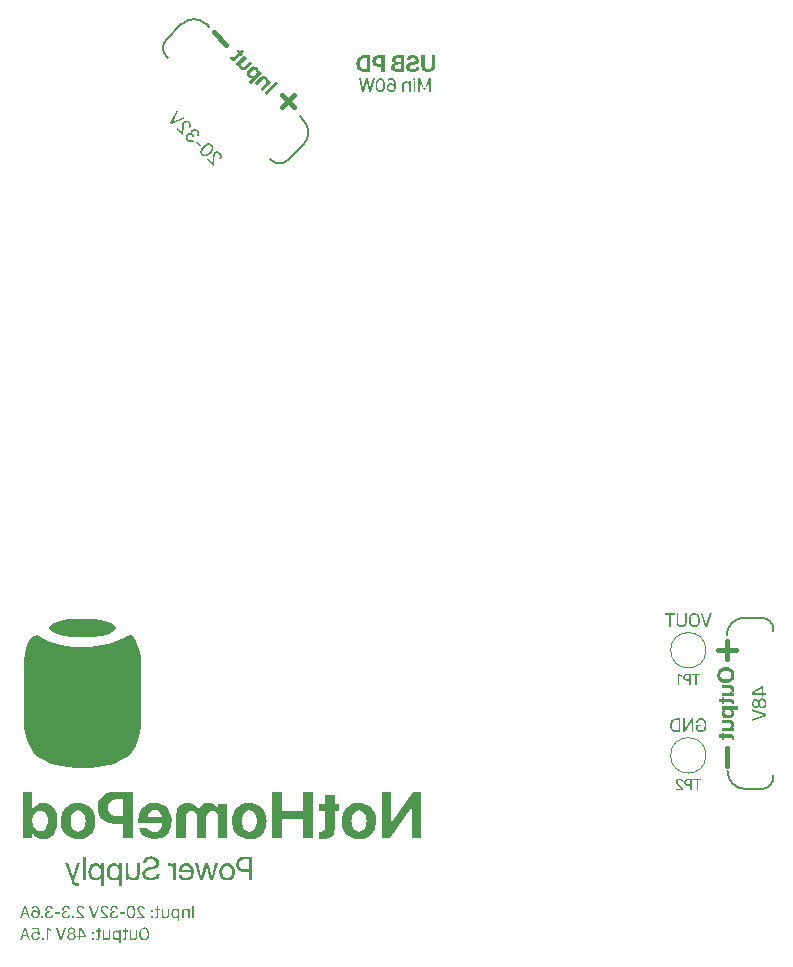
<source format=gbo>
G04 #@! TF.GenerationSoftware,KiCad,Pcbnew,8.0.1*
G04 #@! TF.CreationDate,2024-05-25T23:28:09+08:00*
G04 #@! TF.ProjectId,BatteryPod,42617474-6572-4795-906f-642e6b696361,rev?*
G04 #@! TF.SameCoordinates,Original*
G04 #@! TF.FileFunction,Legend,Bot*
G04 #@! TF.FilePolarity,Positive*
%FSLAX46Y46*%
G04 Gerber Fmt 4.6, Leading zero omitted, Abs format (unit mm)*
G04 Created by KiCad (PCBNEW 8.0.1) date 2024-05-25 23:28:09*
%MOMM*%
%LPD*%
G01*
G04 APERTURE LIST*
G04 Aperture macros list*
%AMRoundRect*
0 Rectangle with rounded corners*
0 $1 Rounding radius*
0 $2 $3 $4 $5 $6 $7 $8 $9 X,Y pos of 4 corners*
0 Add a 4 corners polygon primitive as box body*
4,1,4,$2,$3,$4,$5,$6,$7,$8,$9,$2,$3,0*
0 Add four circle primitives for the rounded corners*
1,1,$1+$1,$2,$3*
1,1,$1+$1,$4,$5*
1,1,$1+$1,$6,$7*
1,1,$1+$1,$8,$9*
0 Add four rect primitives between the rounded corners*
20,1,$1+$1,$2,$3,$4,$5,0*
20,1,$1+$1,$4,$5,$6,$7,0*
20,1,$1+$1,$6,$7,$8,$9,0*
20,1,$1+$1,$8,$9,$2,$3,0*%
G04 Aperture macros list end*
%ADD10C,0.200000*%
%ADD11C,0.375000*%
%ADD12C,0.150000*%
%ADD13C,0.187500*%
%ADD14C,0.400000*%
%ADD15C,0.625000*%
%ADD16C,0.300000*%
%ADD17C,0.181250*%
%ADD18C,0.280000*%
%ADD19C,0.120000*%
%ADD20C,0.100000*%
%ADD21C,0.400000*%
%ADD22R,1.700000X1.700000*%
%ADD23O,1.700000X1.700000*%
%ADD24RoundRect,0.250002X2.404160X0.000000X0.000000X2.404160X-2.404160X0.000000X0.000000X-2.404160X0*%
%ADD25C,3.900000*%
%ADD26C,0.650000*%
%ADD27O,1.000000X2.100000*%
%ADD28O,1.000000X1.800000*%
%ADD29C,2.500000*%
%ADD30C,2.000000*%
G04 APERTURE END LIST*
D10*
X139817157Y-136841778D02*
G75*
G02*
X138317122Y-135341779I-57J1499978D01*
G01*
X142207107Y-135841778D02*
X142207107Y-135639697D01*
X141207106Y-136841778D02*
X139817157Y-136841778D01*
X141200000Y-122346089D02*
G75*
G02*
X142200011Y-123346090I0J-1000011D01*
G01*
X99692893Y-83592893D02*
X99600000Y-83500000D01*
X141200000Y-122346089D02*
X139746446Y-122346089D01*
X101107107Y-83592893D02*
G75*
G02*
X99692893Y-83592893I-707107J707108D01*
G01*
X90807107Y-74807107D02*
G75*
G02*
X90807107Y-73392893I707093J707107D01*
G01*
X90807107Y-74807107D02*
X90950000Y-74950000D01*
X102389340Y-80189340D02*
X102100000Y-79900000D01*
X142207107Y-135841778D02*
G75*
G02*
X141207106Y-136841807I-1000007J-22D01*
G01*
X142200000Y-123346090D02*
X142200000Y-123477460D01*
X102389340Y-80189340D02*
G75*
G02*
X102389340Y-82310660I-1060640J-1060660D01*
G01*
X138246447Y-123846089D02*
G75*
G02*
X139746446Y-122346047I1500053J-11D01*
G01*
X101107107Y-83592893D02*
X102389340Y-82310660D01*
X94210660Y-72110660D02*
X94400000Y-72300000D01*
X92089340Y-72110660D02*
G75*
G02*
X94210660Y-72110660I1060660J-1060659D01*
G01*
X90807107Y-73392893D02*
X92089340Y-72110660D01*
D11*
G36*
X98058687Y-144560000D02*
G01*
X97812490Y-144560000D01*
X97812490Y-143856092D01*
X97355756Y-143856092D01*
X97254578Y-143849335D01*
X97129818Y-143820184D01*
X97018318Y-143769594D01*
X96921900Y-143699288D01*
X96842383Y-143610988D01*
X96781587Y-143506418D01*
X96741334Y-143387300D01*
X96725720Y-143289452D01*
X96722786Y-143223014D01*
X96974248Y-143223014D01*
X96985997Y-143336916D01*
X97020578Y-143434244D01*
X97090813Y-143527585D01*
X97172124Y-143584514D01*
X97273084Y-143621292D01*
X97392697Y-143636799D01*
X97418770Y-143637250D01*
X97812490Y-143637250D01*
X97812490Y-142806336D01*
X97418770Y-142806336D01*
X97318746Y-142813476D01*
X97210206Y-142841880D01*
X97120916Y-142890883D01*
X97040580Y-142975302D01*
X96997145Y-143065687D01*
X96976144Y-143173094D01*
X96974248Y-143220572D01*
X96974248Y-143223014D01*
X96722786Y-143223014D01*
X96722678Y-143220572D01*
X96722678Y-143217641D01*
X96729480Y-143115520D01*
X96758779Y-142990302D01*
X96809531Y-142879052D01*
X96879915Y-142783368D01*
X96968110Y-142704848D01*
X97072297Y-142645088D01*
X97190654Y-142605686D01*
X97287627Y-142590455D01*
X97355756Y-142587494D01*
X98058687Y-142587494D01*
X98058687Y-144560000D01*
G37*
G36*
X96067011Y-143118515D02*
G01*
X96166488Y-143140237D01*
X96257902Y-143175758D01*
X96366060Y-143243621D01*
X96457046Y-143333702D01*
X96513042Y-143415047D01*
X96557785Y-143507589D01*
X96590590Y-143610768D01*
X96610774Y-143724028D01*
X96617654Y-143846810D01*
X96617654Y-143849253D01*
X96610808Y-143972095D01*
X96590706Y-144085520D01*
X96558002Y-144188945D01*
X96513352Y-144281789D01*
X96457409Y-144363468D01*
X96366383Y-144454003D01*
X96257996Y-144522277D01*
X96166247Y-144558043D01*
X96066259Y-144579930D01*
X95958687Y-144587355D01*
X95851828Y-144579953D01*
X95752350Y-144558127D01*
X95660937Y-144522443D01*
X95552779Y-144454290D01*
X95461792Y-144363856D01*
X95405796Y-144282218D01*
X95361054Y-144189371D01*
X95328249Y-144085883D01*
X95308065Y-143972321D01*
X95301185Y-143849253D01*
X95544451Y-143849253D01*
X95551929Y-143967712D01*
X95573775Y-144072437D01*
X95619946Y-144183065D01*
X95685467Y-144270000D01*
X95768619Y-144332003D01*
X95867678Y-144367833D01*
X95957221Y-144376817D01*
X96068544Y-144362911D01*
X96165451Y-144321952D01*
X96246119Y-144255081D01*
X96308726Y-144163439D01*
X96351449Y-144048165D01*
X96370087Y-143939698D01*
X96374388Y-143849253D01*
X96374388Y-143846810D01*
X96366727Y-143728737D01*
X96344422Y-143624420D01*
X96297502Y-143514300D01*
X96231285Y-143427827D01*
X96147760Y-143366198D01*
X96048917Y-143330608D01*
X95960152Y-143321688D01*
X95848925Y-143335525D01*
X95752262Y-143376282D01*
X95671919Y-143442831D01*
X95609649Y-143534041D01*
X95567210Y-143648785D01*
X95548715Y-143756764D01*
X95544451Y-143846810D01*
X95544451Y-143849253D01*
X95301185Y-143849253D01*
X95301185Y-143846810D01*
X95308089Y-143723690D01*
X95328342Y-143610224D01*
X95361253Y-143506950D01*
X95406131Y-143414403D01*
X95462285Y-143333120D01*
X95553505Y-143243190D01*
X95661907Y-143175508D01*
X95753499Y-143140112D01*
X95853144Y-143118480D01*
X95960152Y-143111151D01*
X96067011Y-143118515D01*
G37*
G36*
X94781436Y-144560000D02*
G01*
X94539147Y-144560000D01*
X94219189Y-143459441D01*
X94213816Y-143459441D01*
X93892392Y-144560000D01*
X93650592Y-144560000D01*
X93253941Y-143138506D01*
X93489391Y-143138506D01*
X93773690Y-144295240D01*
X93779063Y-144295240D01*
X94101952Y-143138506D01*
X94331541Y-143138506D01*
X94652964Y-144295240D01*
X94658338Y-144295240D01*
X94942636Y-143138506D01*
X95179063Y-143138506D01*
X94781436Y-144560000D01*
G37*
G36*
X92595471Y-143118976D02*
G01*
X92693212Y-143141915D01*
X92810450Y-143194614D01*
X92911502Y-143270836D01*
X92995023Y-143368667D01*
X93045349Y-143455072D01*
X93084490Y-143551750D01*
X93111878Y-143657895D01*
X93126946Y-143772700D01*
X93129866Y-143853649D01*
X93129866Y-143854626D01*
X93123443Y-143976095D01*
X93104450Y-144088402D01*
X93073301Y-144190941D01*
X93030407Y-144283101D01*
X92955660Y-144388785D01*
X92861747Y-144473496D01*
X92749649Y-144535789D01*
X92654228Y-144566930D01*
X92549542Y-144584042D01*
X92474807Y-144587355D01*
X92362339Y-144578919D01*
X92258423Y-144554672D01*
X92164330Y-144516206D01*
X92062464Y-144450551D01*
X91980414Y-144368273D01*
X91920663Y-144272480D01*
X91885693Y-144166280D01*
X91882762Y-144152602D01*
X92116747Y-144152602D01*
X92120654Y-144165303D01*
X92175044Y-144259103D01*
X92254203Y-144323557D01*
X92344663Y-144360873D01*
X92452690Y-144376556D01*
X92469433Y-144376817D01*
X92581073Y-144364515D01*
X92677796Y-144328347D01*
X92758138Y-144269420D01*
X92820633Y-144188841D01*
X92863816Y-144087716D01*
X92886225Y-143967153D01*
X92889042Y-143913733D01*
X91865176Y-143913733D01*
X91865176Y-143826294D01*
X91870407Y-143727620D01*
X92106977Y-143727620D01*
X92885135Y-143727620D01*
X92863431Y-143612470D01*
X92823964Y-143515935D01*
X92756052Y-143425186D01*
X92669078Y-143362412D01*
X92566596Y-143328251D01*
X92491415Y-143321688D01*
X92380673Y-143335499D01*
X92284511Y-143377356D01*
X92205866Y-143447896D01*
X92147674Y-143547758D01*
X92116923Y-143653834D01*
X92106977Y-143727620D01*
X91870407Y-143727620D01*
X91871341Y-143709999D01*
X91889555Y-143601759D01*
X91919402Y-143502313D01*
X91960463Y-143412400D01*
X92031933Y-143308621D01*
X92121608Y-143224856D01*
X92228495Y-143162854D01*
X92351606Y-143124369D01*
X92453990Y-143111991D01*
X92489950Y-143111151D01*
X92595471Y-143118976D01*
G37*
G36*
X91625818Y-144560000D02*
G01*
X91387926Y-144560000D01*
X91387926Y-143682679D01*
X91375619Y-143570496D01*
X91340167Y-143478463D01*
X91272491Y-143398698D01*
X91179807Y-143351091D01*
X91083111Y-143337808D01*
X90982492Y-143345283D01*
X90956105Y-143351486D01*
X90956105Y-143120432D01*
X91051848Y-143111151D01*
X91151010Y-143125567D01*
X91248350Y-143174987D01*
X91325168Y-143255686D01*
X91372705Y-143348787D01*
X91382553Y-143378841D01*
X91387926Y-143378841D01*
X91387926Y-143138506D01*
X91625818Y-143138506D01*
X91625818Y-144560000D01*
G37*
G36*
X89507745Y-144593217D02*
G01*
X89385470Y-144587446D01*
X89272878Y-144570445D01*
X89170480Y-144542675D01*
X89078789Y-144504602D01*
X88974074Y-144438611D01*
X88890516Y-144356225D01*
X88829329Y-144258543D01*
X88791728Y-144146664D01*
X88778924Y-144021688D01*
X88778924Y-144020223D01*
X88786997Y-143913674D01*
X88820604Y-143797421D01*
X88881738Y-143698667D01*
X88971896Y-143616005D01*
X89065927Y-143560514D01*
X89180260Y-143513699D01*
X89279795Y-143483846D01*
X89352895Y-143466280D01*
X89571736Y-143418408D01*
X89682160Y-143388920D01*
X89772830Y-143352430D01*
X89856157Y-143298913D01*
X89919173Y-143222303D01*
X89947520Y-143114897D01*
X89947870Y-143099916D01*
X89947870Y-143098939D01*
X89930218Y-142999200D01*
X89879400Y-142915356D01*
X89798623Y-142849801D01*
X89691095Y-142804931D01*
X89583366Y-142785070D01*
X89511652Y-142781423D01*
X89400639Y-142790009D01*
X89302921Y-142815194D01*
X89205006Y-142866114D01*
X89130274Y-142938209D01*
X89080928Y-143029991D01*
X89063223Y-143101381D01*
X89060292Y-143120432D01*
X88814583Y-143120432D01*
X88815560Y-143099916D01*
X88835680Y-142983927D01*
X88878331Y-142878723D01*
X88941681Y-142785747D01*
X89023899Y-142706441D01*
X89123154Y-142642247D01*
X89237612Y-142594608D01*
X89332331Y-142570611D01*
X89433800Y-142557346D01*
X89504814Y-142554766D01*
X89615714Y-142560636D01*
X89719530Y-142577821D01*
X89815433Y-142605684D01*
X89929570Y-142658341D01*
X90026216Y-142727337D01*
X90103414Y-142811158D01*
X90159204Y-142908295D01*
X90191631Y-143017235D01*
X90199440Y-143105778D01*
X90199440Y-143106755D01*
X90190921Y-143209664D01*
X90156017Y-143323582D01*
X90093652Y-143421719D01*
X90003277Y-143504691D01*
X89910441Y-143560564D01*
X89799049Y-143607438D01*
X89703158Y-143636879D01*
X89633285Y-143653859D01*
X89414444Y-143701730D01*
X89298943Y-143732763D01*
X89205477Y-143770128D01*
X89120986Y-143824584D01*
X89058365Y-143903332D01*
X89031833Y-144000804D01*
X89030494Y-144032435D01*
X89030494Y-144033900D01*
X89048871Y-144140196D01*
X89102081Y-144228517D01*
X89187247Y-144296759D01*
X89280552Y-144336768D01*
X89392383Y-144360153D01*
X89494067Y-144366071D01*
X89596655Y-144360457D01*
X89711192Y-144338206D01*
X89809071Y-144299990D01*
X89902363Y-144234504D01*
X89966778Y-144149286D01*
X89999650Y-144046113D01*
X90002581Y-144027062D01*
X90248777Y-144027062D01*
X90247312Y-144046113D01*
X90225872Y-144166533D01*
X90181214Y-144273999D01*
X90114802Y-144367554D01*
X90028104Y-144446243D01*
X89922583Y-144509110D01*
X89799706Y-144555199D01*
X89697040Y-144578179D01*
X89586053Y-144590781D01*
X89507745Y-144593217D01*
G37*
G36*
X88043753Y-144587355D02*
G01*
X87929576Y-144577553D01*
X87830391Y-144549745D01*
X87733419Y-144497741D01*
X87656396Y-144428293D01*
X87606070Y-144357766D01*
X87600696Y-144357766D01*
X87600696Y-144560000D01*
X87362804Y-144560000D01*
X87362804Y-143138506D01*
X87600696Y-143138506D01*
X87600696Y-143975282D01*
X87611135Y-144082319D01*
X87641414Y-144175557D01*
X87701752Y-144266725D01*
X87785737Y-144332390D01*
X87890684Y-144369481D01*
X87970969Y-144376817D01*
X88082391Y-144363574D01*
X88182977Y-144315474D01*
X88252067Y-144233587D01*
X88286360Y-144137600D01*
X88297449Y-144040113D01*
X88297765Y-144018757D01*
X88297765Y-143138506D01*
X88535658Y-143138506D01*
X88535658Y-144061256D01*
X88527304Y-144176846D01*
X88502624Y-144280090D01*
X88462190Y-144370041D01*
X88390367Y-144462348D01*
X88295941Y-144530566D01*
X88204877Y-144566557D01*
X88100636Y-144585004D01*
X88043753Y-144587355D01*
G37*
G36*
X86468642Y-143121706D02*
G01*
X86567853Y-143152315D01*
X86655615Y-143201395D01*
X86730940Y-143267359D01*
X86792844Y-143348626D01*
X86810327Y-143378841D01*
X86815700Y-143378841D01*
X86815700Y-143138506D01*
X87053592Y-143138506D01*
X87053592Y-145038715D01*
X86815700Y-145038715D01*
X86815700Y-144322595D01*
X86810327Y-144322595D01*
X86752503Y-144407796D01*
X86680144Y-144478280D01*
X86594893Y-144532523D01*
X86498390Y-144568998D01*
X86392279Y-144586179D01*
X86355058Y-144587355D01*
X86226880Y-144574095D01*
X86110815Y-144535316D01*
X86008397Y-144472517D01*
X85921160Y-144387198D01*
X85850639Y-144280859D01*
X85809640Y-144188212D01*
X85779554Y-144085218D01*
X85761028Y-143972509D01*
X85754709Y-143850718D01*
X85998463Y-143850718D01*
X86005650Y-143966309D01*
X86026742Y-144069552D01*
X86071587Y-144179803D01*
X86135684Y-144267441D01*
X86217655Y-144330620D01*
X86316127Y-144367495D01*
X86405860Y-144376817D01*
X86512560Y-144361890D01*
X86607103Y-144318652D01*
X86687061Y-144249416D01*
X86750009Y-144156498D01*
X86793521Y-144042211D01*
X86812706Y-143936952D01*
X86817165Y-143850718D01*
X86817165Y-143849253D01*
X86809350Y-143735142D01*
X86786696Y-143632457D01*
X86739327Y-143521947D01*
X86672961Y-143433396D01*
X86589922Y-143369085D01*
X86492536Y-143331294D01*
X86405860Y-143321688D01*
X86295178Y-143336108D01*
X86199897Y-143378226D01*
X86121390Y-143446332D01*
X86061034Y-143538716D01*
X86020204Y-143653667D01*
X86002522Y-143760726D01*
X85998463Y-143849253D01*
X85998463Y-143850718D01*
X85754709Y-143850718D01*
X85754709Y-143849253D01*
X85760961Y-143727426D01*
X85779329Y-143614618D01*
X85809228Y-143511477D01*
X85850072Y-143418649D01*
X85920550Y-143312041D01*
X86008063Y-143226453D01*
X86111227Y-143163419D01*
X86228656Y-143124474D01*
X86358966Y-143111151D01*
X86468642Y-143121706D01*
G37*
G36*
X84930889Y-143121706D02*
G01*
X85030101Y-143152315D01*
X85117862Y-143201395D01*
X85193187Y-143267359D01*
X85255091Y-143348626D01*
X85272574Y-143378841D01*
X85277947Y-143378841D01*
X85277947Y-143138506D01*
X85515839Y-143138506D01*
X85515839Y-145038715D01*
X85277947Y-145038715D01*
X85277947Y-144322595D01*
X85272574Y-144322595D01*
X85214750Y-144407796D01*
X85142391Y-144478280D01*
X85057140Y-144532523D01*
X84960637Y-144568998D01*
X84854527Y-144586179D01*
X84817305Y-144587355D01*
X84689127Y-144574095D01*
X84573062Y-144535316D01*
X84470644Y-144472517D01*
X84383407Y-144387198D01*
X84312886Y-144280859D01*
X84271888Y-144188212D01*
X84241801Y-144085218D01*
X84223275Y-143972509D01*
X84216956Y-143850718D01*
X84460710Y-143850718D01*
X84467897Y-143966309D01*
X84488989Y-144069552D01*
X84533834Y-144179803D01*
X84597931Y-144267441D01*
X84679902Y-144330620D01*
X84778374Y-144367495D01*
X84868107Y-144376817D01*
X84974807Y-144361890D01*
X85069350Y-144318652D01*
X85149308Y-144249416D01*
X85212256Y-144156498D01*
X85255768Y-144042211D01*
X85274953Y-143936952D01*
X85279412Y-143850718D01*
X85279412Y-143849253D01*
X85271597Y-143735142D01*
X85248943Y-143632457D01*
X85201574Y-143521947D01*
X85135208Y-143433396D01*
X85052169Y-143369085D01*
X84954783Y-143331294D01*
X84868107Y-143321688D01*
X84757426Y-143336108D01*
X84662144Y-143378226D01*
X84583637Y-143446332D01*
X84523281Y-143538716D01*
X84482451Y-143653667D01*
X84464770Y-143760726D01*
X84460710Y-143849253D01*
X84460710Y-143850718D01*
X84216956Y-143850718D01*
X84216956Y-143849253D01*
X84223208Y-143727426D01*
X84241576Y-143614618D01*
X84271475Y-143511477D01*
X84312319Y-143418649D01*
X84382797Y-143312041D01*
X84470310Y-143226453D01*
X84573474Y-143163419D01*
X84690903Y-143124474D01*
X84821213Y-143111151D01*
X84930889Y-143121706D01*
G37*
G36*
X83965874Y-144560000D02*
G01*
X83727982Y-144560000D01*
X83727982Y-142587494D01*
X83965874Y-142587494D01*
X83965874Y-144560000D01*
G37*
G36*
X83270759Y-145038715D02*
G01*
X83159597Y-145029953D01*
X83065333Y-145003108D01*
X82971012Y-144945842D01*
X82893126Y-144859880D01*
X82837667Y-144765278D01*
X82797687Y-144673961D01*
X82788135Y-144648904D01*
X82233216Y-143138506D01*
X82483320Y-143138506D01*
X82877040Y-144322595D01*
X82882413Y-144322595D01*
X83275156Y-143138506D01*
X83529168Y-143138506D01*
X83001604Y-144561465D01*
X83030424Y-144642065D01*
X83072142Y-144731327D01*
X83141005Y-144802594D01*
X83243723Y-144837274D01*
X83321562Y-144841856D01*
X83398254Y-144833551D01*
X83398254Y-145027969D01*
X83297343Y-145038184D01*
X83270759Y-145038715D01*
G37*
D12*
G36*
X94789676Y-84101177D02*
G01*
X94237570Y-83549071D01*
X94330210Y-83456431D01*
X94739108Y-83865330D01*
X94741595Y-83862843D01*
X94746776Y-83459747D01*
X94748360Y-83377429D01*
X94751384Y-83304746D01*
X94756053Y-83240809D01*
X94765192Y-83167628D01*
X94778104Y-83106306D01*
X94800292Y-83043118D01*
X94830084Y-82991049D01*
X94868430Y-82945982D01*
X94869673Y-82944739D01*
X94922381Y-82902133D01*
X94981010Y-82872720D01*
X95043904Y-82856520D01*
X95109406Y-82853550D01*
X95175861Y-82863831D01*
X95241610Y-82887383D01*
X95305000Y-82924225D01*
X95364372Y-82974375D01*
X95404603Y-83020142D01*
X95437431Y-83069123D01*
X95469473Y-83138032D01*
X95487839Y-83209301D01*
X95492238Y-83281012D01*
X95482373Y-83351251D01*
X95457953Y-83418101D01*
X95418682Y-83479645D01*
X95393386Y-83507829D01*
X95389863Y-83511352D01*
X95288934Y-83410423D01*
X95291835Y-83407521D01*
X95332312Y-83351323D01*
X95352477Y-83286682D01*
X95352216Y-83217747D01*
X95336312Y-83160011D01*
X95306076Y-83104574D01*
X95271525Y-83063491D01*
X95217152Y-83021601D01*
X95158373Y-82998274D01*
X95098174Y-82993493D01*
X95039538Y-83007243D01*
X94985449Y-83039507D01*
X94968945Y-83054372D01*
X94967701Y-83055616D01*
X94928860Y-83103179D01*
X94902239Y-83161104D01*
X94887450Y-83226538D01*
X94879711Y-83296980D01*
X94875933Y-83366359D01*
X94874233Y-83427210D01*
X94861591Y-84029262D01*
X94789676Y-84101177D01*
G37*
G36*
X94495133Y-82180893D02*
G01*
X94559345Y-82203452D01*
X94619909Y-82238547D01*
X94676312Y-82286315D01*
X94724055Y-82342692D01*
X94759080Y-82403187D01*
X94781535Y-82467295D01*
X94791566Y-82534510D01*
X94789320Y-82604328D01*
X94774943Y-82676243D01*
X94748581Y-82749750D01*
X94710382Y-82824344D01*
X94678411Y-82874429D01*
X94641288Y-82924622D01*
X94599055Y-82974774D01*
X94551757Y-83024736D01*
X94550513Y-83025980D01*
X94500578Y-83073251D01*
X94450432Y-83115478D01*
X94400225Y-83152614D01*
X94350112Y-83184614D01*
X94275449Y-83222882D01*
X94201853Y-83249332D01*
X94129838Y-83263810D01*
X94059917Y-83266159D01*
X93992605Y-83256224D01*
X93928418Y-83233849D01*
X93867868Y-83198879D01*
X93811471Y-83151157D01*
X93763723Y-83094734D01*
X93728682Y-83034114D01*
X93706203Y-82969822D01*
X93696140Y-82902383D01*
X93696620Y-82887154D01*
X93834874Y-82887154D01*
X93840845Y-82950661D01*
X93863326Y-83008558D01*
X93902659Y-83059968D01*
X93954025Y-83099257D01*
X94011804Y-83121621D01*
X94075145Y-83127426D01*
X94143195Y-83117039D01*
X94215102Y-83090826D01*
X94271051Y-83061002D01*
X94328329Y-83022638D01*
X94386579Y-82975887D01*
X94445439Y-82920905D01*
X94446683Y-82919662D01*
X94501639Y-82860827D01*
X94548319Y-82802648D01*
X94586580Y-82745473D01*
X94616276Y-82689653D01*
X94642298Y-82617936D01*
X94652495Y-82550076D01*
X94646524Y-82486901D01*
X94624043Y-82429239D01*
X94584709Y-82377918D01*
X94533344Y-82338540D01*
X94475564Y-82315942D01*
X94412223Y-82309805D01*
X94344173Y-82319812D01*
X94272266Y-82345643D01*
X94216318Y-82375211D01*
X94159039Y-82413367D01*
X94100790Y-82459978D01*
X94041929Y-82514909D01*
X94040686Y-82516152D01*
X93985730Y-82575038D01*
X93939049Y-82633357D01*
X93900788Y-82690740D01*
X93871093Y-82746817D01*
X93845071Y-82818914D01*
X93834874Y-82887154D01*
X93696620Y-82887154D01*
X93698348Y-82832320D01*
X93712680Y-82760159D01*
X93738993Y-82686425D01*
X93777139Y-82611641D01*
X93809072Y-82561461D01*
X93846158Y-82511204D01*
X93888352Y-82461024D01*
X93935612Y-82411078D01*
X93936855Y-82409834D01*
X93986829Y-82362548D01*
X94037014Y-82320348D01*
X94087258Y-82283276D01*
X94137409Y-82251371D01*
X94212124Y-82213293D01*
X94285770Y-82187070D01*
X94357830Y-82172838D01*
X94427789Y-82170733D01*
X94495133Y-82180893D01*
G37*
G36*
X93687952Y-82415016D02*
G01*
X93316772Y-82043836D01*
X93410862Y-81949746D01*
X93782042Y-82320926D01*
X93687952Y-82415016D01*
G37*
G36*
X92592030Y-81931716D02*
G01*
X92548791Y-81883134D01*
X92513420Y-81832177D01*
X92485973Y-81779564D01*
X92461794Y-81708078D01*
X92451926Y-81636627D01*
X92456497Y-81566913D01*
X92475636Y-81500638D01*
X92509472Y-81439506D01*
X92544570Y-81398055D01*
X92545814Y-81396811D01*
X92592100Y-81358125D01*
X92654063Y-81325952D01*
X92719158Y-81311313D01*
X92785852Y-81313730D01*
X92852614Y-81332724D01*
X92905042Y-81359532D01*
X92955748Y-81396397D01*
X92958235Y-81393910D01*
X92925529Y-81333596D01*
X92905133Y-81272055D01*
X92897642Y-81210611D01*
X92903649Y-81150587D01*
X92923745Y-81093307D01*
X92958524Y-81040094D01*
X92976680Y-81020244D01*
X92977716Y-81019208D01*
X93028288Y-80978288D01*
X93083930Y-80950810D01*
X93143459Y-80936766D01*
X93205688Y-80936153D01*
X93269433Y-80948966D01*
X93333507Y-80975200D01*
X93396727Y-81014850D01*
X93442869Y-81053388D01*
X93457907Y-81067911D01*
X93498290Y-81113016D01*
X93540671Y-81175841D01*
X93569948Y-81240752D01*
X93586117Y-81306674D01*
X93589172Y-81372534D01*
X93579108Y-81437259D01*
X93555921Y-81499775D01*
X93519606Y-81559009D01*
X93508476Y-81573179D01*
X93503295Y-81579603D01*
X93402987Y-81479296D01*
X93408168Y-81472871D01*
X93441117Y-81417583D01*
X93454751Y-81358266D01*
X93449604Y-81297008D01*
X93426208Y-81235900D01*
X93393156Y-81186600D01*
X93367548Y-81158270D01*
X93319412Y-81117438D01*
X93261343Y-81086806D01*
X93194497Y-81076352D01*
X93130211Y-81093075D01*
X93078407Y-81129001D01*
X93070148Y-81136924D01*
X93068905Y-81138167D01*
X93031586Y-81189653D01*
X93013589Y-81248062D01*
X93014915Y-81310264D01*
X93035564Y-81373127D01*
X93067532Y-81423759D01*
X93093153Y-81452561D01*
X93193460Y-81552868D01*
X93105380Y-81640948D01*
X93000513Y-81536081D01*
X92955966Y-81496869D01*
X92899226Y-81461505D01*
X92842206Y-81441690D01*
X92774764Y-81439011D01*
X92709956Y-81460016D01*
X92659155Y-81496120D01*
X92649437Y-81505409D01*
X92648401Y-81506445D01*
X92609224Y-81560877D01*
X92591333Y-81622420D01*
X92594508Y-81688133D01*
X92613087Y-81743956D01*
X92646012Y-81798928D01*
X92682597Y-81841149D01*
X92736061Y-81886532D01*
X92791174Y-81918351D01*
X92857487Y-81938633D01*
X92921680Y-81939395D01*
X92981302Y-81920647D01*
X93017300Y-81897313D01*
X93023725Y-81892132D01*
X93124033Y-81992439D01*
X93116364Y-81998864D01*
X93059808Y-82037877D01*
X92998328Y-82063826D01*
X92933103Y-82076471D01*
X92865311Y-82075571D01*
X92796130Y-82060886D01*
X92726737Y-82032175D01*
X92675263Y-82001294D01*
X92624829Y-81962286D01*
X92592030Y-81931716D01*
G37*
G36*
X92184997Y-81496497D02*
G01*
X91632891Y-80944391D01*
X91725530Y-80851752D01*
X92134429Y-81260650D01*
X92136916Y-81258163D01*
X92142097Y-80855068D01*
X92143681Y-80772750D01*
X92146705Y-80700067D01*
X92151374Y-80636130D01*
X92160512Y-80562948D01*
X92173424Y-80501626D01*
X92195612Y-80438439D01*
X92225405Y-80386370D01*
X92263751Y-80341303D01*
X92264994Y-80340059D01*
X92317702Y-80297454D01*
X92376331Y-80268041D01*
X92439225Y-80251840D01*
X92504727Y-80248871D01*
X92571181Y-80259152D01*
X92636931Y-80282704D01*
X92700320Y-80319545D01*
X92759693Y-80369696D01*
X92799924Y-80415463D01*
X92832752Y-80464444D01*
X92864793Y-80533353D01*
X92883160Y-80604621D01*
X92887558Y-80676333D01*
X92877694Y-80746572D01*
X92853274Y-80813421D01*
X92814003Y-80874966D01*
X92788707Y-80903149D01*
X92785184Y-80906672D01*
X92684255Y-80805743D01*
X92687156Y-80802842D01*
X92727633Y-80746644D01*
X92747798Y-80682003D01*
X92747536Y-80613067D01*
X92731632Y-80555332D01*
X92701397Y-80499895D01*
X92666846Y-80458812D01*
X92612472Y-80416922D01*
X92553694Y-80393595D01*
X92493495Y-80388814D01*
X92434859Y-80402564D01*
X92380769Y-80434827D01*
X92364265Y-80449693D01*
X92363022Y-80450936D01*
X92324180Y-80498500D01*
X92297559Y-80556425D01*
X92282770Y-80621859D01*
X92275031Y-80692301D01*
X92271253Y-80761680D01*
X92269554Y-80822530D01*
X92256911Y-81424583D01*
X92184997Y-81496497D01*
G37*
G36*
X91257567Y-80569067D02*
G01*
X91154151Y-80465651D01*
X91682423Y-79320197D01*
X91792057Y-79429831D01*
X91329896Y-80391042D01*
X91332176Y-80393322D01*
X92293387Y-79931161D01*
X92403021Y-80040795D01*
X91257567Y-80569067D01*
G37*
G36*
X141350096Y-128733915D02*
G01*
X141596000Y-128733915D01*
X141596000Y-128876650D01*
X141350096Y-128876650D01*
X141350096Y-129044006D01*
X141220549Y-129044006D01*
X141220549Y-128876650D01*
X140412496Y-128876650D01*
X140412496Y-128733915D01*
X140538819Y-128733915D01*
X141220549Y-128733915D01*
X141220549Y-128285192D01*
X141217032Y-128285192D01*
X140538819Y-128728932D01*
X140538819Y-128733915D01*
X140412496Y-128733915D01*
X140412496Y-128658297D01*
X141216446Y-128139232D01*
X141350096Y-128139232D01*
X141350096Y-128733915D01*
G37*
G36*
X141347802Y-129172358D02*
G01*
X141413023Y-129196074D01*
X141470915Y-129234065D01*
X141520492Y-129285073D01*
X141560767Y-129347842D01*
X141584277Y-129401880D01*
X141601585Y-129461295D01*
X141612274Y-129525558D01*
X141615930Y-129594138D01*
X141612274Y-129662718D01*
X141601585Y-129726981D01*
X141584277Y-129786397D01*
X141560767Y-129840435D01*
X141520492Y-129903203D01*
X141470915Y-129954211D01*
X141413023Y-129992202D01*
X141347802Y-130015919D01*
X141276237Y-130024103D01*
X141274478Y-130024103D01*
X141208098Y-130016793D01*
X141146732Y-129995678D01*
X141091791Y-129961977D01*
X141044682Y-129916913D01*
X141006815Y-129861706D01*
X140979597Y-129797576D01*
X140972008Y-129769700D01*
X140968491Y-129769700D01*
X140945520Y-129826815D01*
X140907716Y-129885058D01*
X140859947Y-129930778D01*
X140803488Y-129962607D01*
X140739614Y-129979177D01*
X140705295Y-129981312D01*
X140703536Y-129981312D01*
X140638856Y-129973860D01*
X140579568Y-129952305D01*
X140526668Y-129917850D01*
X140481153Y-129871696D01*
X140444019Y-129815046D01*
X140416261Y-129749101D01*
X140398876Y-129675065D01*
X140393243Y-129614950D01*
X140392859Y-129594138D01*
X140519768Y-129594138D01*
X140525551Y-129657539D01*
X140546687Y-129723203D01*
X140581504Y-129775541D01*
X140628089Y-129812480D01*
X140684528Y-129831943D01*
X140715846Y-129834473D01*
X140717605Y-129834473D01*
X140778363Y-129824525D01*
X140830134Y-129796065D01*
X140871040Y-129751167D01*
X140899202Y-129691907D01*
X140911581Y-129633049D01*
X140913683Y-129594138D01*
X141043229Y-129594138D01*
X141047462Y-129653276D01*
X141063975Y-129719592D01*
X141091773Y-129776027D01*
X141129587Y-129821053D01*
X141186402Y-129857870D01*
X141253624Y-129873411D01*
X141265685Y-129873747D01*
X141267151Y-129873747D01*
X141334998Y-129861933D01*
X141392988Y-129828322D01*
X141438931Y-129775662D01*
X141466432Y-129719208D01*
X141482777Y-129653024D01*
X141486969Y-129594138D01*
X141482777Y-129535253D01*
X141466432Y-129469068D01*
X141438931Y-129412615D01*
X141392988Y-129359954D01*
X141334998Y-129326343D01*
X141267151Y-129314529D01*
X141265685Y-129314529D01*
X141196942Y-129326268D01*
X141138241Y-129359722D01*
X141091773Y-129412250D01*
X141063975Y-129468685D01*
X141047462Y-129535000D01*
X141043229Y-129594138D01*
X140913683Y-129594138D01*
X140907918Y-129530737D01*
X140886831Y-129465074D01*
X140852063Y-129412735D01*
X140805490Y-129375797D01*
X140748990Y-129356333D01*
X140717605Y-129353803D01*
X140715846Y-129353803D01*
X140655196Y-129363751D01*
X140603445Y-129392211D01*
X140562505Y-129437109D01*
X140534290Y-129496369D01*
X140521876Y-129555227D01*
X140519768Y-129594138D01*
X140392859Y-129594138D01*
X140396267Y-129532844D01*
X140410903Y-129456973D01*
X140436161Y-129388893D01*
X140471045Y-129329806D01*
X140514558Y-129280915D01*
X140565705Y-129243423D01*
X140623489Y-129218530D01*
X140686915Y-129207440D01*
X140703536Y-129206964D01*
X140705295Y-129206964D01*
X140772398Y-129215392D01*
X140832724Y-129239762D01*
X140884998Y-129278707D01*
X140927943Y-129330860D01*
X140955686Y-129383422D01*
X140968491Y-129418576D01*
X140972008Y-129418576D01*
X140994571Y-129351220D01*
X141028347Y-129292297D01*
X141071928Y-129243029D01*
X141123906Y-129204637D01*
X141182871Y-129178341D01*
X141247414Y-129165362D01*
X141274478Y-129164173D01*
X141276237Y-129164173D01*
X141347802Y-129172358D01*
G37*
G36*
X141596000Y-130521479D02*
G01*
X141596000Y-130667732D01*
X140412496Y-131104145D01*
X140412496Y-130949100D01*
X141418972Y-130596218D01*
X141418972Y-130592994D01*
X140412496Y-130240112D01*
X140412496Y-130085066D01*
X141596000Y-130521479D01*
G37*
D13*
G36*
X93017640Y-147765000D02*
G01*
X93017640Y-146738691D01*
X93149018Y-146738691D01*
X93149018Y-147765000D01*
X93017640Y-147765000D01*
G37*
G36*
X92780138Y-147765000D02*
G01*
X92650909Y-147765000D01*
X92650909Y-147283817D01*
X92644606Y-147224743D01*
X92625195Y-147171545D01*
X92591919Y-147127549D01*
X92544026Y-147096081D01*
X92480761Y-147080468D01*
X92456126Y-147079361D01*
X92395599Y-147086486D01*
X92344473Y-147107796D01*
X92298889Y-147150460D01*
X92273744Y-147202178D01*
X92263860Y-147255885D01*
X92262954Y-147280055D01*
X92262954Y-147765000D01*
X92133457Y-147765000D01*
X92133457Y-147258293D01*
X92138980Y-147190330D01*
X92154925Y-147130836D01*
X92180353Y-147079994D01*
X92214325Y-147037986D01*
X92267378Y-146998179D01*
X92317146Y-146976716D01*
X92372410Y-146964682D01*
X92416900Y-146961953D01*
X92473196Y-146966535D01*
X92530379Y-146982285D01*
X92583381Y-147010631D01*
X92626785Y-147049770D01*
X92647954Y-147079361D01*
X92651715Y-147079361D01*
X92651715Y-146974849D01*
X92780138Y-146974849D01*
X92780138Y-147765000D01*
G37*
G36*
X91609859Y-146967963D02*
G01*
X91669149Y-146986196D01*
X91720075Y-147015889D01*
X91761996Y-147055321D01*
X91786070Y-147088496D01*
X91789831Y-147088496D01*
X91789831Y-146974849D01*
X91913955Y-146974849D01*
X91913955Y-148027487D01*
X91784458Y-148027487D01*
X91784458Y-147659951D01*
X91780697Y-147659951D01*
X91746962Y-147702392D01*
X91704348Y-147736932D01*
X91653460Y-147761917D01*
X91594907Y-147775693D01*
X91558240Y-147777896D01*
X91491397Y-147771407D01*
X91430678Y-147752330D01*
X91376942Y-147721252D01*
X91331049Y-147678757D01*
X91293858Y-147625432D01*
X91266228Y-147561862D01*
X91252299Y-147507813D01*
X91244593Y-147448578D01*
X91243094Y-147406329D01*
X91243094Y-147396657D01*
X91373397Y-147396657D01*
X91377045Y-147458097D01*
X91387670Y-147511928D01*
X91410034Y-147568241D01*
X91441616Y-147612033D01*
X91490368Y-147647563D01*
X91549435Y-147663951D01*
X91571136Y-147665055D01*
X91630210Y-147657440D01*
X91680818Y-147635381D01*
X91722328Y-147600060D01*
X91754105Y-147552656D01*
X91775518Y-147494351D01*
X91784759Y-147440651D01*
X91786876Y-147396657D01*
X91786876Y-147337281D01*
X91783156Y-147280843D01*
X91768413Y-147218008D01*
X91743091Y-147164920D01*
X91707874Y-147122838D01*
X91653513Y-147088646D01*
X91598929Y-147075218D01*
X91574898Y-147073988D01*
X91519000Y-147081039D01*
X91463040Y-147107466D01*
X91419930Y-147152398D01*
X91394374Y-147203142D01*
X91378715Y-147265262D01*
X91373612Y-147322698D01*
X91373397Y-147338087D01*
X91373397Y-147396657D01*
X91243094Y-147396657D01*
X91243094Y-147333520D01*
X91246495Y-147270364D01*
X91256417Y-147212508D01*
X91272439Y-147160150D01*
X91302564Y-147099239D01*
X91341787Y-147048930D01*
X91389110Y-147009695D01*
X91443535Y-146982007D01*
X91504065Y-146966339D01*
X91552867Y-146962759D01*
X91609859Y-146967963D01*
G37*
G36*
X90414524Y-146974849D02*
G01*
X90544559Y-146974849D01*
X90544559Y-147464361D01*
X90550227Y-147519152D01*
X90570968Y-147573897D01*
X90605191Y-147615984D01*
X90651066Y-147644723D01*
X90706767Y-147659424D01*
X90737731Y-147661294D01*
X90793771Y-147655958D01*
X90850591Y-147634334D01*
X90894258Y-147592960D01*
X90918083Y-147539258D01*
X90926357Y-147480046D01*
X90926604Y-147466510D01*
X90926604Y-146974849D01*
X91056639Y-146974849D01*
X91056639Y-147503586D01*
X91051310Y-147567363D01*
X91035872Y-147622841D01*
X91003609Y-147680421D01*
X90958439Y-147724813D01*
X90901966Y-147755892D01*
X90849729Y-147771088D01*
X90792107Y-147777623D01*
X90776956Y-147777896D01*
X90721543Y-147774113D01*
X90664900Y-147760596D01*
X90612133Y-147734717D01*
X90568975Y-147695300D01*
X90548320Y-147661294D01*
X90542947Y-147661294D01*
X90542947Y-147765000D01*
X90414524Y-147765000D01*
X90414524Y-146974849D01*
G37*
G36*
X90135379Y-146974849D02*
G01*
X90242040Y-146974849D01*
X90242040Y-147083122D01*
X90135916Y-147083122D01*
X90135916Y-147544155D01*
X90133911Y-147598607D01*
X90124395Y-147655888D01*
X90099340Y-147709143D01*
X90055266Y-147745918D01*
X90000844Y-147764290D01*
X89943896Y-147771135D01*
X89910505Y-147771985D01*
X89856137Y-147768358D01*
X89844950Y-147766612D01*
X89844950Y-147662906D01*
X89877996Y-147664249D01*
X89932624Y-147660325D01*
X89982331Y-147636955D01*
X90004237Y-147584939D01*
X90006688Y-147545498D01*
X90006688Y-147083122D01*
X89850323Y-147083122D01*
X89850323Y-146974849D01*
X90006688Y-146974849D01*
X90006688Y-146777916D01*
X90135379Y-146777916D01*
X90135379Y-146974849D01*
G37*
G36*
X89673540Y-147157543D02*
G01*
X89656252Y-147209729D01*
X89612384Y-147240923D01*
X89586492Y-147244860D01*
X89534828Y-147227474D01*
X89503890Y-147183459D01*
X89499981Y-147157543D01*
X89517234Y-147105994D01*
X89564947Y-147073786D01*
X89586492Y-147071032D01*
X89638581Y-147088364D01*
X89670801Y-147136087D01*
X89673540Y-147157543D01*
G37*
G36*
X89673540Y-147692997D02*
G01*
X89656252Y-147744546D01*
X89612384Y-147775576D01*
X89586492Y-147779508D01*
X89534828Y-147762176D01*
X89502719Y-147714453D01*
X89499981Y-147692997D01*
X89517234Y-147640811D01*
X89564947Y-147608437D01*
X89586492Y-147605680D01*
X89638581Y-147623066D01*
X89669628Y-147667080D01*
X89673540Y-147692997D01*
G37*
G36*
X88862972Y-147022135D02*
G01*
X88862972Y-147017568D01*
X88855579Y-146963198D01*
X88829065Y-146907117D01*
X88784602Y-146863388D01*
X88733253Y-146839267D01*
X88670606Y-146830575D01*
X88613244Y-146837518D01*
X88556420Y-146862234D01*
X88513638Y-146903304D01*
X88488221Y-146959107D01*
X88482539Y-147007090D01*
X88490523Y-147065320D01*
X88511854Y-147118349D01*
X88542601Y-147167223D01*
X88578831Y-147212986D01*
X88600484Y-147238143D01*
X88984140Y-147682519D01*
X88984140Y-147765000D01*
X88329936Y-147765000D01*
X88329936Y-147650010D01*
X88800641Y-147650010D01*
X88800641Y-147647861D01*
X88523914Y-147323042D01*
X88487715Y-147280699D01*
X88446679Y-147230760D01*
X88411378Y-147182595D01*
X88382946Y-147134543D01*
X88359485Y-147074693D01*
X88350143Y-147021045D01*
X88349280Y-146998224D01*
X88355057Y-146939700D01*
X88371924Y-146886038D01*
X88399180Y-146838144D01*
X88436127Y-146796925D01*
X88482066Y-146763287D01*
X88536297Y-146738137D01*
X88598123Y-146722382D01*
X88666845Y-146716929D01*
X88722949Y-146720592D01*
X88789975Y-146736106D01*
X88847856Y-146762391D01*
X88896320Y-146797947D01*
X88935092Y-146841270D01*
X88963898Y-146890859D01*
X88982465Y-146945213D01*
X88990519Y-147002830D01*
X88990857Y-147017568D01*
X88990857Y-147022135D01*
X88862972Y-147022135D01*
G37*
G36*
X87873821Y-146721973D02*
G01*
X87931115Y-146736823D01*
X87982635Y-146761054D01*
X88028265Y-146794244D01*
X88067887Y-146835968D01*
X88101386Y-146885803D01*
X88128643Y-146943324D01*
X88149543Y-147008110D01*
X88163968Y-147079734D01*
X88171801Y-147157775D01*
X88173303Y-147213157D01*
X88173303Y-147292951D01*
X88171810Y-147348177D01*
X88164020Y-147425964D01*
X88149669Y-147497323D01*
X88128863Y-147561839D01*
X88101714Y-147619097D01*
X88068328Y-147668683D01*
X88028816Y-147710183D01*
X87983286Y-147743182D01*
X87931846Y-147767266D01*
X87874607Y-147782020D01*
X87811677Y-147787030D01*
X87748388Y-147781988D01*
X87690959Y-147767151D01*
X87639470Y-147742953D01*
X87594000Y-147709829D01*
X87554630Y-147668213D01*
X87521439Y-147618539D01*
X87494506Y-147561242D01*
X87473912Y-147496756D01*
X87459736Y-147425516D01*
X87452058Y-147347955D01*
X87450588Y-147292951D01*
X87450588Y-147291339D01*
X87580892Y-147291339D01*
X87583181Y-147356844D01*
X87589942Y-147416636D01*
X87601011Y-147470556D01*
X87622192Y-147533037D01*
X87650362Y-147584417D01*
X87694815Y-147632456D01*
X87748837Y-147661820D01*
X87811677Y-147671772D01*
X87874749Y-147661820D01*
X87928964Y-147632456D01*
X87973571Y-147584417D01*
X88001835Y-147533037D01*
X88023085Y-147470556D01*
X88034190Y-147416636D01*
X88040972Y-147356844D01*
X88043268Y-147291339D01*
X88043268Y-147213963D01*
X88040972Y-147148418D01*
X88034190Y-147088517D01*
X88023085Y-147034436D01*
X88001835Y-146971683D01*
X87973571Y-146920004D01*
X87928964Y-146871609D01*
X87874749Y-146841976D01*
X87811677Y-146831919D01*
X87748837Y-146841976D01*
X87694815Y-146871609D01*
X87650362Y-146920004D01*
X87622192Y-146971683D01*
X87601011Y-147034436D01*
X87589942Y-147088517D01*
X87583181Y-147148418D01*
X87580892Y-147213963D01*
X87580892Y-147291339D01*
X87450588Y-147291339D01*
X87450588Y-147213157D01*
X87452067Y-147157642D01*
X87459783Y-147079465D01*
X87474013Y-147007770D01*
X87494661Y-146942967D01*
X87521631Y-146885468D01*
X87554829Y-146835686D01*
X87594157Y-146794031D01*
X87639522Y-146760917D01*
X87690826Y-146736754D01*
X87747974Y-146721954D01*
X87810871Y-146716929D01*
X87873821Y-146721973D01*
G37*
G36*
X86845550Y-147402030D02*
G01*
X86845550Y-147286235D01*
X87319210Y-147286235D01*
X87319210Y-147402030D01*
X86845550Y-147402030D01*
G37*
G36*
X86502193Y-147292951D02*
G01*
X86397682Y-147292951D01*
X86335172Y-147298262D01*
X86281762Y-147313631D01*
X86230470Y-147344166D01*
X86194054Y-147386517D01*
X86173482Y-147439229D01*
X86169046Y-147479406D01*
X86177027Y-147539284D01*
X86201949Y-147590625D01*
X86243016Y-147631411D01*
X86299430Y-147659623D01*
X86357590Y-147672071D01*
X86397145Y-147674190D01*
X86456410Y-147668693D01*
X86514221Y-147648920D01*
X86558288Y-147617018D01*
X86593419Y-147567647D01*
X86612254Y-147508788D01*
X86613690Y-147499825D01*
X86737009Y-147499825D01*
X86729852Y-147557237D01*
X86712950Y-147610978D01*
X86686207Y-147659819D01*
X86649524Y-147702534D01*
X86602804Y-147737895D01*
X86545948Y-147764672D01*
X86478861Y-147781639D01*
X86421771Y-147787187D01*
X86401443Y-147787568D01*
X86342985Y-147784175D01*
X86288087Y-147774283D01*
X86221295Y-147751726D01*
X86162911Y-147719395D01*
X86114122Y-147678306D01*
X86076114Y-147629476D01*
X86050076Y-147573924D01*
X86037193Y-147512664D01*
X86036056Y-147480212D01*
X86043182Y-147421840D01*
X86066005Y-147360634D01*
X86100552Y-147311944D01*
X86142820Y-147275178D01*
X86198097Y-147245968D01*
X86251810Y-147232060D01*
X86260124Y-147231158D01*
X86260124Y-147229009D01*
X86204878Y-147209501D01*
X86157420Y-147175955D01*
X86115910Y-147127900D01*
X86089995Y-147077468D01*
X86075503Y-147018190D01*
X86073669Y-146978611D01*
X86080979Y-146925019D01*
X86105173Y-146863864D01*
X86144915Y-146810921D01*
X86187052Y-146775723D01*
X86237681Y-146747913D01*
X86296152Y-146728439D01*
X86361817Y-146718247D01*
X86397145Y-146716929D01*
X86452747Y-146720593D01*
X86518402Y-146735960D01*
X86574394Y-146761662D01*
X86620760Y-146795905D01*
X86657533Y-146836892D01*
X86690063Y-146894879D01*
X86707726Y-146957096D01*
X86711216Y-146995000D01*
X86585749Y-146995000D01*
X86571619Y-146936879D01*
X86542865Y-146889730D01*
X86496799Y-146852669D01*
X86442076Y-146833728D01*
X86397145Y-146829769D01*
X86336635Y-146836880D01*
X86286200Y-146857184D01*
X86241734Y-146895493D01*
X86214615Y-146947216D01*
X86206660Y-147000373D01*
X86214667Y-147055620D01*
X86243345Y-147109585D01*
X86290083Y-147149696D01*
X86342318Y-147171017D01*
X86403861Y-147178499D01*
X86502193Y-147178499D01*
X86502193Y-147292951D01*
G37*
G36*
X85766852Y-147022135D02*
G01*
X85766852Y-147017568D01*
X85759459Y-146963198D01*
X85732945Y-146907117D01*
X85688482Y-146863388D01*
X85637133Y-146839267D01*
X85574486Y-146830575D01*
X85517124Y-146837518D01*
X85460300Y-146862234D01*
X85417518Y-146903304D01*
X85392101Y-146959107D01*
X85386419Y-147007090D01*
X85394403Y-147065320D01*
X85415734Y-147118349D01*
X85446481Y-147167223D01*
X85482711Y-147212986D01*
X85504364Y-147238143D01*
X85888020Y-147682519D01*
X85888020Y-147765000D01*
X85233816Y-147765000D01*
X85233816Y-147650010D01*
X85704521Y-147650010D01*
X85704521Y-147647861D01*
X85427794Y-147323042D01*
X85391595Y-147280699D01*
X85350559Y-147230760D01*
X85315258Y-147182595D01*
X85286826Y-147134543D01*
X85263365Y-147074693D01*
X85254023Y-147021045D01*
X85253160Y-146998224D01*
X85258937Y-146939700D01*
X85275804Y-146886038D01*
X85303060Y-146838144D01*
X85340007Y-146796925D01*
X85385946Y-146763287D01*
X85440177Y-146738137D01*
X85502003Y-146722382D01*
X85570724Y-146716929D01*
X85626829Y-146720592D01*
X85693855Y-146736106D01*
X85751736Y-146762391D01*
X85800200Y-146797947D01*
X85838972Y-146841270D01*
X85867778Y-146890859D01*
X85886345Y-146945213D01*
X85894399Y-147002830D01*
X85894737Y-147017568D01*
X85894737Y-147022135D01*
X85766852Y-147022135D01*
G37*
G36*
X84769290Y-147765000D02*
G01*
X84633882Y-147765000D01*
X84263928Y-146738691D01*
X84412769Y-146738691D01*
X84697825Y-147596008D01*
X84702392Y-147596008D01*
X84988791Y-146738691D01*
X85138439Y-146738691D01*
X84769290Y-147765000D01*
G37*
G36*
X83728205Y-147022135D02*
G01*
X83728205Y-147017568D01*
X83720813Y-146963198D01*
X83694299Y-146907117D01*
X83649835Y-146863388D01*
X83598487Y-146839267D01*
X83535840Y-146830575D01*
X83478478Y-146837518D01*
X83421654Y-146862234D01*
X83378871Y-146903304D01*
X83353454Y-146959107D01*
X83347773Y-147007090D01*
X83355757Y-147065320D01*
X83377088Y-147118349D01*
X83407835Y-147167223D01*
X83444065Y-147212986D01*
X83465718Y-147238143D01*
X83849374Y-147682519D01*
X83849374Y-147765000D01*
X83195170Y-147765000D01*
X83195170Y-147650010D01*
X83665875Y-147650010D01*
X83665875Y-147647861D01*
X83389147Y-147323042D01*
X83352949Y-147280699D01*
X83311912Y-147230760D01*
X83276612Y-147182595D01*
X83248179Y-147134543D01*
X83224718Y-147074693D01*
X83215377Y-147021045D01*
X83214514Y-146998224D01*
X83220291Y-146939700D01*
X83237157Y-146886038D01*
X83264413Y-146838144D01*
X83301360Y-146796925D01*
X83347299Y-146763287D01*
X83401531Y-146738137D01*
X83463357Y-146722382D01*
X83532078Y-146716929D01*
X83588183Y-146720592D01*
X83655209Y-146736106D01*
X83713090Y-146762391D01*
X83761554Y-146797947D01*
X83800326Y-146841270D01*
X83829132Y-146890859D01*
X83847699Y-146945213D01*
X83855752Y-147002830D01*
X83856091Y-147017568D01*
X83856091Y-147022135D01*
X83728205Y-147022135D01*
G37*
G36*
X82989102Y-147692997D02*
G01*
X82971849Y-147744546D01*
X82924137Y-147776753D01*
X82902591Y-147779508D01*
X82850502Y-147762176D01*
X82818283Y-147714453D01*
X82815543Y-147692997D01*
X82832832Y-147640811D01*
X82876700Y-147609617D01*
X82902591Y-147605680D01*
X82954256Y-147623066D01*
X82985193Y-147667080D01*
X82989102Y-147692997D01*
G37*
G36*
X82416304Y-147292951D02*
G01*
X82311792Y-147292951D01*
X82249283Y-147298262D01*
X82195873Y-147313631D01*
X82144580Y-147344166D01*
X82108165Y-147386517D01*
X82087592Y-147439229D01*
X82083156Y-147479406D01*
X82091137Y-147539284D01*
X82116059Y-147590625D01*
X82157126Y-147631411D01*
X82213540Y-147659623D01*
X82271700Y-147672071D01*
X82311255Y-147674190D01*
X82370521Y-147668693D01*
X82428332Y-147648920D01*
X82472398Y-147617018D01*
X82507529Y-147567647D01*
X82526364Y-147508788D01*
X82527801Y-147499825D01*
X82651119Y-147499825D01*
X82643962Y-147557237D01*
X82627060Y-147610978D01*
X82600317Y-147659819D01*
X82563634Y-147702534D01*
X82516914Y-147737895D01*
X82460059Y-147764672D01*
X82392971Y-147781639D01*
X82335882Y-147787187D01*
X82315554Y-147787568D01*
X82257095Y-147784175D01*
X82202197Y-147774283D01*
X82135405Y-147751726D01*
X82077021Y-147719395D01*
X82028232Y-147678306D01*
X81990225Y-147629476D01*
X81964186Y-147573924D01*
X81951303Y-147512664D01*
X81950166Y-147480212D01*
X81957293Y-147421840D01*
X81980115Y-147360634D01*
X82014662Y-147311944D01*
X82056930Y-147275178D01*
X82112207Y-147245968D01*
X82165920Y-147232060D01*
X82174235Y-147231158D01*
X82174235Y-147229009D01*
X82118989Y-147209501D01*
X82071530Y-147175955D01*
X82030021Y-147127900D01*
X82004105Y-147077468D01*
X81989613Y-147018190D01*
X81987780Y-146978611D01*
X81995089Y-146925019D01*
X82019283Y-146863864D01*
X82059026Y-146810921D01*
X82101163Y-146775723D01*
X82151791Y-146747913D01*
X82210262Y-146728439D01*
X82275927Y-146718247D01*
X82311255Y-146716929D01*
X82366857Y-146720593D01*
X82432512Y-146735960D01*
X82488505Y-146761662D01*
X82534870Y-146795905D01*
X82571644Y-146836892D01*
X82604173Y-146894879D01*
X82621837Y-146957096D01*
X82625327Y-146995000D01*
X82499859Y-146995000D01*
X82485729Y-146936879D01*
X82456975Y-146889730D01*
X82410909Y-146852669D01*
X82356186Y-146833728D01*
X82311255Y-146829769D01*
X82250746Y-146836880D01*
X82200310Y-146857184D01*
X82155845Y-146895493D01*
X82128725Y-146947216D01*
X82120770Y-147000373D01*
X82128777Y-147055620D01*
X82157455Y-147109585D01*
X82204193Y-147149696D01*
X82256428Y-147171017D01*
X82317972Y-147178499D01*
X82416304Y-147178499D01*
X82416304Y-147292951D01*
G37*
G36*
X81342173Y-147402030D02*
G01*
X81342173Y-147286235D01*
X81815833Y-147286235D01*
X81815833Y-147402030D01*
X81342173Y-147402030D01*
G37*
G36*
X80998816Y-147292951D02*
G01*
X80894304Y-147292951D01*
X80831795Y-147298262D01*
X80778385Y-147313631D01*
X80727093Y-147344166D01*
X80690677Y-147386517D01*
X80670104Y-147439229D01*
X80665669Y-147479406D01*
X80673649Y-147539284D01*
X80698571Y-147590625D01*
X80739638Y-147631411D01*
X80796052Y-147659623D01*
X80854212Y-147672071D01*
X80893767Y-147674190D01*
X80953033Y-147668693D01*
X81010844Y-147648920D01*
X81054910Y-147617018D01*
X81090041Y-147567647D01*
X81108876Y-147508788D01*
X81110313Y-147499825D01*
X81233631Y-147499825D01*
X81226474Y-147557237D01*
X81209573Y-147610978D01*
X81182829Y-147659819D01*
X81146146Y-147702534D01*
X81099426Y-147737895D01*
X81042571Y-147764672D01*
X80975483Y-147781639D01*
X80918394Y-147787187D01*
X80898066Y-147787568D01*
X80839607Y-147784175D01*
X80784709Y-147774283D01*
X80717917Y-147751726D01*
X80659533Y-147719395D01*
X80610744Y-147678306D01*
X80572737Y-147629476D01*
X80546698Y-147573924D01*
X80533815Y-147512664D01*
X80532678Y-147480212D01*
X80539805Y-147421840D01*
X80562628Y-147360634D01*
X80597174Y-147311944D01*
X80639442Y-147275178D01*
X80694719Y-147245968D01*
X80748432Y-147232060D01*
X80756747Y-147231158D01*
X80756747Y-147229009D01*
X80701501Y-147209501D01*
X80654042Y-147175955D01*
X80612533Y-147127900D01*
X80586618Y-147077468D01*
X80572125Y-147018190D01*
X80570292Y-146978611D01*
X80577601Y-146925019D01*
X80601796Y-146863864D01*
X80641538Y-146810921D01*
X80683675Y-146775723D01*
X80734303Y-146747913D01*
X80792774Y-146728439D01*
X80858439Y-146718247D01*
X80893767Y-146716929D01*
X80949369Y-146720593D01*
X81015024Y-146735960D01*
X81071017Y-146761662D01*
X81117383Y-146795905D01*
X81154156Y-146836892D01*
X81186686Y-146894879D01*
X81204349Y-146957096D01*
X81207839Y-146995000D01*
X81082371Y-146995000D01*
X81068241Y-146936879D01*
X81039487Y-146889730D01*
X80993421Y-146852669D01*
X80938698Y-146833728D01*
X80893767Y-146829769D01*
X80833258Y-146836880D01*
X80782822Y-146857184D01*
X80738357Y-146895493D01*
X80711237Y-146947216D01*
X80703282Y-147000373D01*
X80711289Y-147055620D01*
X80739967Y-147109585D01*
X80786705Y-147149696D01*
X80838940Y-147171017D01*
X80900484Y-147178499D01*
X80998816Y-147178499D01*
X80998816Y-147292951D01*
G37*
G36*
X80386255Y-147692997D02*
G01*
X80369002Y-147744546D01*
X80321290Y-147776753D01*
X80299744Y-147779508D01*
X80247655Y-147762176D01*
X80215435Y-147714453D01*
X80212696Y-147692997D01*
X80229985Y-147640811D01*
X80273853Y-147609617D01*
X80299744Y-147605680D01*
X80351408Y-147623066D01*
X80382346Y-147667080D01*
X80386255Y-147692997D01*
G37*
G36*
X79761518Y-146723992D02*
G01*
X79818753Y-146738782D01*
X79871813Y-146763520D01*
X79920192Y-146798277D01*
X79963382Y-146843126D01*
X80000875Y-146898137D01*
X80032165Y-146963383D01*
X80056743Y-147038935D01*
X80069150Y-147095064D01*
X80078198Y-147155827D01*
X80083737Y-147221245D01*
X80085616Y-147291339D01*
X80083874Y-147352434D01*
X80078728Y-147409389D01*
X80067696Y-147474784D01*
X80051778Y-147533766D01*
X80031213Y-147586365D01*
X80000741Y-147641101D01*
X79983254Y-147665055D01*
X79943710Y-147706467D01*
X79898799Y-147739168D01*
X79848936Y-147763234D01*
X79794536Y-147778739D01*
X79736014Y-147785758D01*
X79715662Y-147786224D01*
X79661557Y-147782827D01*
X79593643Y-147767956D01*
X79531825Y-147741677D01*
X79477485Y-147704437D01*
X79432006Y-147656683D01*
X79396769Y-147598861D01*
X79373157Y-147531419D01*
X79363909Y-147474794D01*
X79362433Y-147441793D01*
X79491593Y-147441793D01*
X79496500Y-147497297D01*
X79515129Y-147555501D01*
X79545387Y-147601602D01*
X79593642Y-147641423D01*
X79650987Y-147664887D01*
X79713244Y-147672578D01*
X79767231Y-147666869D01*
X79827055Y-147645049D01*
X79877764Y-147607068D01*
X79910229Y-147563202D01*
X79931372Y-147508345D01*
X79938924Y-147442599D01*
X79931561Y-147376874D01*
X79910873Y-147321673D01*
X79878965Y-147277248D01*
X79828823Y-147238517D01*
X79769186Y-147216103D01*
X79714856Y-147210202D01*
X79652949Y-147218106D01*
X79595334Y-147242037D01*
X79546476Y-147282326D01*
X79515669Y-147328632D01*
X79496625Y-147386717D01*
X79491593Y-147441793D01*
X79362433Y-147441793D01*
X79362096Y-147434270D01*
X79366398Y-147375737D01*
X79378747Y-147322468D01*
X79406282Y-147259818D01*
X79444651Y-147206974D01*
X79491871Y-147164191D01*
X79545957Y-147131724D01*
X79604927Y-147109828D01*
X79666796Y-147098757D01*
X79698198Y-147097362D01*
X79757158Y-147102640D01*
X79810168Y-147117317D01*
X79864973Y-147144882D01*
X79909068Y-147180467D01*
X79945414Y-147228106D01*
X79955581Y-147249427D01*
X79957731Y-147249427D01*
X79952723Y-147170966D01*
X79942663Y-147101354D01*
X79927964Y-147040344D01*
X79909045Y-146987688D01*
X79877970Y-146930049D01*
X79841115Y-146886239D01*
X79788419Y-146850029D01*
X79730154Y-146833366D01*
X79705721Y-146831919D01*
X79644779Y-146840288D01*
X79589412Y-146867078D01*
X79550634Y-146905356D01*
X79526154Y-146953949D01*
X79521684Y-146976999D01*
X79390037Y-146976999D01*
X79402207Y-146918744D01*
X79428564Y-146862296D01*
X79468616Y-146810957D01*
X79510189Y-146775783D01*
X79559960Y-146747683D01*
X79617678Y-146728347D01*
X79683090Y-146719467D01*
X79700616Y-146719078D01*
X79761518Y-146723992D01*
G37*
G36*
X79283108Y-147765000D02*
G01*
X79146087Y-147765000D01*
X79042382Y-147456838D01*
X78660337Y-147456838D01*
X78556632Y-147765000D01*
X78418268Y-147765000D01*
X78565762Y-147350715D01*
X78695801Y-147350715D01*
X79006918Y-147350715D01*
X78852972Y-146893712D01*
X78849210Y-146893712D01*
X78695801Y-147350715D01*
X78565762Y-147350715D01*
X78783655Y-146738691D01*
X78917452Y-146738691D01*
X79283108Y-147765000D01*
G37*
G36*
X88999424Y-148569446D02*
G01*
X89062242Y-148582820D01*
X89119811Y-148604780D01*
X89171737Y-148635061D01*
X89217628Y-148673392D01*
X89257090Y-148719505D01*
X89289730Y-148773133D01*
X89315155Y-148834008D01*
X89332972Y-148901859D01*
X89342787Y-148976421D01*
X89344692Y-149029723D01*
X89344692Y-149180714D01*
X89340508Y-149259030D01*
X89328198Y-149330488D01*
X89308122Y-149394904D01*
X89280638Y-149452093D01*
X89246108Y-149501870D01*
X89204891Y-149544051D01*
X89157347Y-149578450D01*
X89103836Y-149604885D01*
X89044718Y-149623169D01*
X88980353Y-149633119D01*
X88934706Y-149635030D01*
X88866852Y-149630740D01*
X88803939Y-149617991D01*
X88746345Y-149596970D01*
X88694450Y-149567860D01*
X88648630Y-149530846D01*
X88609265Y-149486112D01*
X88576734Y-149433844D01*
X88551414Y-149374226D01*
X88533685Y-149307442D01*
X88523925Y-149233678D01*
X88522033Y-149180714D01*
X88653680Y-149180714D01*
X88656799Y-149242207D01*
X88665884Y-149297231D01*
X88686566Y-149360694D01*
X88716151Y-149413038D01*
X88753665Y-149454480D01*
X88798136Y-149485239D01*
X88848590Y-149505530D01*
X88904055Y-149515572D01*
X88933362Y-149516817D01*
X88990659Y-149511819D01*
X89043596Y-149496679D01*
X89091161Y-149471182D01*
X89132344Y-149435108D01*
X89166135Y-149388242D01*
X89191522Y-149330366D01*
X89207496Y-149261262D01*
X89212690Y-149201936D01*
X89213045Y-149180714D01*
X89213045Y-149028917D01*
X89209900Y-148967365D01*
X89200749Y-148911782D01*
X89179942Y-148846989D01*
X89150226Y-148792885D01*
X89112613Y-148749514D01*
X89068113Y-148716920D01*
X89017736Y-148695147D01*
X88962493Y-148684239D01*
X88933362Y-148682874D01*
X88875757Y-148688332D01*
X88822676Y-148704678D01*
X88775092Y-148731867D01*
X88733978Y-148769855D01*
X88700307Y-148818598D01*
X88675051Y-148878052D01*
X88659185Y-148948173D01*
X88654031Y-149007738D01*
X88653680Y-149028917D01*
X88653680Y-149180714D01*
X88522033Y-149180714D01*
X88522033Y-149029723D01*
X88526216Y-148950838D01*
X88538524Y-148878483D01*
X88558597Y-148812928D01*
X88586072Y-148754439D01*
X88620589Y-148703286D01*
X88661786Y-148659737D01*
X88709302Y-148624059D01*
X88762775Y-148596523D01*
X88821845Y-148577394D01*
X88886150Y-148566943D01*
X88931750Y-148564929D01*
X88999424Y-148569446D01*
G37*
G36*
X87694538Y-148822849D02*
G01*
X87824573Y-148822849D01*
X87824573Y-149312361D01*
X87830241Y-149367152D01*
X87850982Y-149421897D01*
X87885205Y-149463984D01*
X87931080Y-149492723D01*
X87986781Y-149507424D01*
X88017745Y-149509294D01*
X88073784Y-149503958D01*
X88130605Y-149482334D01*
X88174272Y-149440960D01*
X88198097Y-149387258D01*
X88206371Y-149328046D01*
X88206618Y-149314510D01*
X88206618Y-148822849D01*
X88336653Y-148822849D01*
X88336653Y-149351586D01*
X88331324Y-149415363D01*
X88315885Y-149470841D01*
X88283623Y-149528421D01*
X88238452Y-149572813D01*
X88181980Y-149603892D01*
X88129743Y-149619088D01*
X88072121Y-149625623D01*
X88056970Y-149625896D01*
X88001557Y-149622113D01*
X87944914Y-149608596D01*
X87892147Y-149582717D01*
X87848989Y-149543300D01*
X87828334Y-149509294D01*
X87822961Y-149509294D01*
X87822961Y-149613000D01*
X87694538Y-149613000D01*
X87694538Y-148822849D01*
G37*
G36*
X87415393Y-148822849D02*
G01*
X87522054Y-148822849D01*
X87522054Y-148931122D01*
X87415930Y-148931122D01*
X87415930Y-149392155D01*
X87413925Y-149446607D01*
X87404408Y-149503888D01*
X87379354Y-149557143D01*
X87335280Y-149593918D01*
X87280858Y-149612290D01*
X87223910Y-149619135D01*
X87190519Y-149619985D01*
X87136151Y-149616358D01*
X87124964Y-149614612D01*
X87124964Y-149510906D01*
X87158010Y-149512249D01*
X87212638Y-149508325D01*
X87262345Y-149484955D01*
X87284251Y-149432939D01*
X87286701Y-149393498D01*
X87286701Y-148931122D01*
X87130337Y-148931122D01*
X87130337Y-148822849D01*
X87286701Y-148822849D01*
X87286701Y-148625916D01*
X87415393Y-148625916D01*
X87415393Y-148822849D01*
G37*
G36*
X86625546Y-148815963D02*
G01*
X86684837Y-148834196D01*
X86735763Y-148863889D01*
X86777683Y-148903321D01*
X86801757Y-148936496D01*
X86805519Y-148936496D01*
X86805519Y-148822849D01*
X86929643Y-148822849D01*
X86929643Y-149875487D01*
X86800145Y-149875487D01*
X86800145Y-149507951D01*
X86796384Y-149507951D01*
X86762650Y-149550392D01*
X86720035Y-149584932D01*
X86669147Y-149609917D01*
X86610594Y-149623693D01*
X86573928Y-149625896D01*
X86507085Y-149619407D01*
X86446365Y-149600330D01*
X86392629Y-149569252D01*
X86346736Y-149526757D01*
X86309545Y-149473432D01*
X86281916Y-149409862D01*
X86267986Y-149355813D01*
X86260281Y-149296578D01*
X86258781Y-149254329D01*
X86258781Y-149244657D01*
X86389085Y-149244657D01*
X86392733Y-149306097D01*
X86403358Y-149359928D01*
X86425721Y-149416241D01*
X86457303Y-149460033D01*
X86506056Y-149495563D01*
X86565122Y-149511951D01*
X86586824Y-149513055D01*
X86645897Y-149505440D01*
X86696505Y-149483381D01*
X86738015Y-149448060D01*
X86769793Y-149400656D01*
X86791205Y-149342351D01*
X86800447Y-149288651D01*
X86802563Y-149244657D01*
X86802563Y-149185281D01*
X86798843Y-149128843D01*
X86784100Y-149066008D01*
X86758778Y-149012920D01*
X86723562Y-148970838D01*
X86669200Y-148936646D01*
X86614616Y-148923218D01*
X86590585Y-148921988D01*
X86534687Y-148929039D01*
X86478727Y-148955466D01*
X86435618Y-149000398D01*
X86410061Y-149051142D01*
X86394402Y-149113262D01*
X86389300Y-149170698D01*
X86389085Y-149186087D01*
X86389085Y-149244657D01*
X86258781Y-149244657D01*
X86258781Y-149181520D01*
X86262182Y-149118364D01*
X86272104Y-149060508D01*
X86288127Y-149008150D01*
X86318251Y-148947239D01*
X86357474Y-148896930D01*
X86404797Y-148857695D01*
X86459223Y-148830007D01*
X86519752Y-148814339D01*
X86568554Y-148810759D01*
X86625546Y-148815963D01*
G37*
G36*
X85430212Y-148822849D02*
G01*
X85560246Y-148822849D01*
X85560246Y-149312361D01*
X85565914Y-149367152D01*
X85586656Y-149421897D01*
X85620878Y-149463984D01*
X85666753Y-149492723D01*
X85722454Y-149507424D01*
X85753418Y-149509294D01*
X85809458Y-149503958D01*
X85866279Y-149482334D01*
X85909946Y-149440960D01*
X85933771Y-149387258D01*
X85942044Y-149328046D01*
X85942291Y-149314510D01*
X85942291Y-148822849D01*
X86072326Y-148822849D01*
X86072326Y-149351586D01*
X86066997Y-149415363D01*
X86051559Y-149470841D01*
X86019296Y-149528421D01*
X85974126Y-149572813D01*
X85917653Y-149603892D01*
X85865416Y-149619088D01*
X85807794Y-149625623D01*
X85792644Y-149625896D01*
X85737230Y-149622113D01*
X85680587Y-149608596D01*
X85627820Y-149582717D01*
X85584662Y-149543300D01*
X85564008Y-149509294D01*
X85558634Y-149509294D01*
X85558634Y-149613000D01*
X85430212Y-149613000D01*
X85430212Y-148822849D01*
G37*
G36*
X85151066Y-148822849D02*
G01*
X85257727Y-148822849D01*
X85257727Y-148931122D01*
X85151604Y-148931122D01*
X85151604Y-149392155D01*
X85149599Y-149446607D01*
X85140082Y-149503888D01*
X85115027Y-149557143D01*
X85070954Y-149593918D01*
X85016531Y-149612290D01*
X84959583Y-149619135D01*
X84926192Y-149619985D01*
X84871825Y-149616358D01*
X84860637Y-149614612D01*
X84860637Y-149510906D01*
X84893683Y-149512249D01*
X84948312Y-149508325D01*
X84998018Y-149484955D01*
X85019925Y-149432939D01*
X85022375Y-149393498D01*
X85022375Y-148931122D01*
X84866011Y-148931122D01*
X84866011Y-148822849D01*
X85022375Y-148822849D01*
X85022375Y-148625916D01*
X85151066Y-148625916D01*
X85151066Y-148822849D01*
G37*
G36*
X84689228Y-149005543D02*
G01*
X84671939Y-149057729D01*
X84628071Y-149088923D01*
X84602179Y-149092860D01*
X84550515Y-149075474D01*
X84519577Y-149031459D01*
X84515669Y-149005543D01*
X84532921Y-148953994D01*
X84580634Y-148921786D01*
X84602179Y-148919032D01*
X84654269Y-148936364D01*
X84686488Y-148984087D01*
X84689228Y-149005543D01*
G37*
G36*
X84689228Y-149540997D02*
G01*
X84671939Y-149592546D01*
X84628071Y-149623576D01*
X84602179Y-149627508D01*
X84550515Y-149610176D01*
X84518406Y-149562453D01*
X84515669Y-149540997D01*
X84532921Y-149488811D01*
X84580634Y-149456437D01*
X84602179Y-149453680D01*
X84654269Y-149471066D01*
X84685315Y-149515080D01*
X84689228Y-149540997D01*
G37*
G36*
X83632948Y-148650905D02*
G01*
X83675897Y-148715766D01*
X83718575Y-148781159D01*
X83760868Y-148846967D01*
X83802662Y-148913071D01*
X83843842Y-148979357D01*
X83884294Y-149045706D01*
X83923904Y-149112002D01*
X83962558Y-149178129D01*
X84000141Y-149243968D01*
X84024545Y-149287644D01*
X84024545Y-149400215D01*
X83525899Y-149400215D01*
X83525899Y-149613000D01*
X83400431Y-149613000D01*
X83400431Y-149400215D01*
X83266635Y-149400215D01*
X83266635Y-149284420D01*
X83400431Y-149284420D01*
X83400431Y-148701143D01*
X83525899Y-148701143D01*
X83525899Y-149284420D01*
X83892898Y-149284420D01*
X83892898Y-149283076D01*
X83861842Y-149229267D01*
X83829684Y-149174555D01*
X83796580Y-149119199D01*
X83762690Y-149063458D01*
X83728171Y-149007592D01*
X83693181Y-148951859D01*
X83657879Y-148896518D01*
X83622422Y-148841828D01*
X83586969Y-148788049D01*
X83551677Y-148735439D01*
X83528317Y-148701143D01*
X83525899Y-148701143D01*
X83400431Y-148701143D01*
X83400431Y-148586691D01*
X83589842Y-148586691D01*
X83632948Y-148650905D01*
G37*
G36*
X82843987Y-148570182D02*
G01*
X82905467Y-148585390D01*
X82960279Y-148609728D01*
X83007405Y-148642372D01*
X83045829Y-148682497D01*
X83074534Y-148729278D01*
X83092503Y-148781889D01*
X83098718Y-148839507D01*
X83092170Y-148898086D01*
X83069680Y-148957013D01*
X83035703Y-149003910D01*
X82994978Y-149039169D01*
X82945261Y-149066121D01*
X82931607Y-149071098D01*
X82931607Y-149072441D01*
X82982598Y-149090561D01*
X83034982Y-149121736D01*
X83075182Y-149158440D01*
X83108381Y-149205537D01*
X83130957Y-149263628D01*
X83138934Y-149318423D01*
X83139287Y-149333317D01*
X83132480Y-149397654D01*
X83112739Y-149455947D01*
X83081085Y-149507413D01*
X83038537Y-149551273D01*
X82986115Y-149586746D01*
X82924840Y-149613050D01*
X82855732Y-149629405D01*
X82799374Y-149634673D01*
X82779810Y-149635030D01*
X82722144Y-149631815D01*
X82667948Y-149622401D01*
X82601916Y-149600806D01*
X82544048Y-149569628D01*
X82495483Y-149529689D01*
X82457362Y-149481812D01*
X82430824Y-149426818D01*
X82417009Y-149365528D01*
X82415229Y-149332780D01*
X82415586Y-149329018D01*
X82542846Y-149329018D01*
X82552976Y-149390117D01*
X82581610Y-149441961D01*
X82626111Y-149482775D01*
X82683846Y-149510784D01*
X82740165Y-149523064D01*
X82776855Y-149525145D01*
X82836571Y-149519433D01*
X82889997Y-149502980D01*
X82943597Y-149470505D01*
X82983169Y-149425818D01*
X83006007Y-149370692D01*
X83010595Y-149329018D01*
X83000421Y-149267147D01*
X82971704Y-149214772D01*
X82927155Y-149173626D01*
X82869482Y-149145439D01*
X82813352Y-149133100D01*
X82776855Y-149131011D01*
X82716852Y-149136747D01*
X82663293Y-149153288D01*
X82609677Y-149185987D01*
X82570172Y-149231069D01*
X82547413Y-149286801D01*
X82542846Y-149329018D01*
X82415586Y-149329018D01*
X82420558Y-149276645D01*
X82440309Y-149216642D01*
X82471320Y-149167471D01*
X82510075Y-149128634D01*
X82561849Y-149094967D01*
X82613630Y-149074603D01*
X82621834Y-149072441D01*
X82621834Y-149071098D01*
X82567416Y-149044962D01*
X82519308Y-149005572D01*
X82484434Y-148958757D01*
X82461051Y-148899245D01*
X82455205Y-148848373D01*
X82582071Y-148848373D01*
X82590308Y-148902849D01*
X82618983Y-148955941D01*
X82665282Y-148995321D01*
X82716678Y-149016219D01*
X82776855Y-149023544D01*
X82836433Y-149016219D01*
X82887720Y-148995321D01*
X82934253Y-148955941D01*
X82963264Y-148902849D01*
X82971639Y-148848373D01*
X82963264Y-148794269D01*
X82934253Y-148741988D01*
X82887720Y-148703516D01*
X82836433Y-148683232D01*
X82776855Y-148676157D01*
X82716678Y-148683232D01*
X82665282Y-148703516D01*
X82618983Y-148741988D01*
X82590308Y-148794269D01*
X82582071Y-148848373D01*
X82455205Y-148848373D01*
X82454186Y-148839507D01*
X82460403Y-148781889D01*
X82478383Y-148729278D01*
X82507117Y-148682497D01*
X82545600Y-148642372D01*
X82592822Y-148609728D01*
X82647777Y-148585390D01*
X82709457Y-148570182D01*
X82776855Y-148564929D01*
X82843987Y-148570182D01*
G37*
G36*
X81954734Y-149613000D02*
G01*
X81819325Y-149613000D01*
X81449371Y-148586691D01*
X81598212Y-148586691D01*
X81883268Y-149444008D01*
X81887835Y-149444008D01*
X82174235Y-148586691D01*
X82323882Y-148586691D01*
X81954734Y-149613000D01*
G37*
G36*
X80670773Y-149613000D02*
G01*
X80670773Y-148586691D01*
X80792480Y-148586691D01*
X80846763Y-148616680D01*
X80895289Y-148644778D01*
X80944235Y-148674488D01*
X80992252Y-148705249D01*
X81037989Y-148736496D01*
X81045295Y-148741712D01*
X81045295Y-148875508D01*
X80992902Y-148840625D01*
X80943200Y-148808973D01*
X80893268Y-148778204D01*
X80847079Y-148750689D01*
X80803226Y-148725861D01*
X80800808Y-148725861D01*
X80800808Y-149613000D01*
X80670773Y-149613000D01*
G37*
G36*
X80460407Y-149540997D02*
G01*
X80443154Y-149592546D01*
X80395442Y-149624753D01*
X80373896Y-149627508D01*
X80321807Y-149610176D01*
X80289588Y-149562453D01*
X80286848Y-149540997D01*
X80304137Y-149488811D01*
X80348005Y-149457617D01*
X80373896Y-149453680D01*
X80425560Y-149471066D01*
X80456498Y-149515080D01*
X80460407Y-149540997D01*
G37*
G36*
X80090721Y-149355348D02*
G01*
X80081873Y-149410099D01*
X80063258Y-149461841D01*
X80034984Y-149509250D01*
X79997158Y-149551005D01*
X79949886Y-149585782D01*
X79893276Y-149612261D01*
X79827435Y-149629117D01*
X79772060Y-149634650D01*
X79752469Y-149635030D01*
X79695056Y-149631263D01*
X79640759Y-149620225D01*
X79574168Y-149594874D01*
X79515409Y-149558228D01*
X79465794Y-149511216D01*
X79426631Y-149454772D01*
X79399232Y-149389827D01*
X79387189Y-149336100D01*
X79383052Y-149278509D01*
X79387036Y-149222396D01*
X79403990Y-149153736D01*
X79432898Y-149092872D01*
X79472288Y-149040633D01*
X79520685Y-148997846D01*
X79576617Y-148965340D01*
X79638610Y-148943942D01*
X79705189Y-148934481D01*
X79722378Y-148934078D01*
X79781276Y-148939171D01*
X79833696Y-148952609D01*
X79884751Y-148975149D01*
X79930901Y-149008232D01*
X79943223Y-149022200D01*
X79945641Y-149022200D01*
X79911789Y-148700337D01*
X79459891Y-148700337D01*
X79459891Y-148585348D01*
X80022211Y-148585348D01*
X80078631Y-149182326D01*
X79967403Y-149182326D01*
X79937316Y-149132694D01*
X79897687Y-149093680D01*
X79844315Y-149063611D01*
X79786671Y-149048450D01*
X79741722Y-149045306D01*
X79685548Y-149051788D01*
X79634373Y-149070720D01*
X79590048Y-149101325D01*
X79554424Y-149142829D01*
X79529353Y-149194457D01*
X79516684Y-149255435D01*
X79515505Y-149282270D01*
X79521009Y-149337438D01*
X79541625Y-149396530D01*
X79574482Y-149444462D01*
X79616347Y-149481026D01*
X79663985Y-149506011D01*
X79724217Y-149520417D01*
X79744140Y-149521384D01*
X79806841Y-149515340D01*
X79861286Y-149497398D01*
X79912428Y-149461811D01*
X79948038Y-149410876D01*
X79964447Y-149355348D01*
X80090721Y-149355348D01*
G37*
G36*
X79283108Y-149613000D02*
G01*
X79146087Y-149613000D01*
X79042382Y-149304838D01*
X78660337Y-149304838D01*
X78556632Y-149613000D01*
X78418268Y-149613000D01*
X78565762Y-149198715D01*
X78695801Y-149198715D01*
X79006918Y-149198715D01*
X78852972Y-148741712D01*
X78849210Y-148741712D01*
X78695801Y-149198715D01*
X78565762Y-149198715D01*
X78783655Y-148586691D01*
X78917452Y-148586691D01*
X79283108Y-149613000D01*
G37*
D14*
X138245334Y-124338095D02*
X138245334Y-125861905D01*
X137483429Y-125100000D02*
X139007239Y-125100000D01*
X101639534Y-79137961D02*
X100562038Y-78060465D01*
X101639534Y-78060465D02*
X100562038Y-79137961D01*
G36*
X112391764Y-141020000D02*
G01*
X111568177Y-141020000D01*
X111568177Y-138436887D01*
X111551569Y-138436887D01*
X109763711Y-141020000D01*
X109047591Y-141020000D01*
X109047591Y-137074989D01*
X109870201Y-137074989D01*
X109870201Y-139639539D01*
X109886809Y-139639539D01*
X111669782Y-137074989D01*
X112391764Y-137074989D01*
X112391764Y-141020000D01*
G37*
G36*
X107357087Y-138044516D02*
G01*
X107577904Y-138088905D01*
X107780147Y-138161624D01*
X107962466Y-138261639D01*
X108123507Y-138387916D01*
X108261917Y-138539422D01*
X108376345Y-138715123D01*
X108465438Y-138913985D01*
X108527844Y-139134975D01*
X108562210Y-139377059D01*
X108568875Y-139549658D01*
X108568875Y-139554542D01*
X108554279Y-139812743D01*
X108511250Y-140049815D01*
X108440928Y-140264827D01*
X108344454Y-140456846D01*
X108222967Y-140624941D01*
X108077606Y-140768179D01*
X107909513Y-140885628D01*
X107719826Y-140976356D01*
X107509686Y-141039431D01*
X107280232Y-141073920D01*
X107117096Y-141080572D01*
X106876503Y-141065728D01*
X106653980Y-141021787D01*
X106450748Y-140949640D01*
X106268029Y-140850174D01*
X106107045Y-140724279D01*
X105969018Y-140572842D01*
X105855170Y-140396754D01*
X105766723Y-140196901D01*
X105704898Y-139974174D01*
X105670919Y-139729460D01*
X105664339Y-139554542D01*
X106477179Y-139554542D01*
X106488601Y-139757296D01*
X106533676Y-139977150D01*
X106610673Y-140157868D01*
X106741744Y-140320330D01*
X106910991Y-140420272D01*
X107114165Y-140454333D01*
X107319693Y-140420523D01*
X107490587Y-140321102D01*
X107622712Y-140159085D01*
X107700218Y-139978428D01*
X107745538Y-139758138D01*
X107757012Y-139554542D01*
X107757012Y-139549658D01*
X107745427Y-139348558D01*
X107699827Y-139130309D01*
X107622174Y-138950745D01*
X107490491Y-138789165D01*
X107321225Y-138689668D01*
X107119050Y-138655729D01*
X106915788Y-138689668D01*
X106745513Y-138789165D01*
X106612975Y-138950745D01*
X106534784Y-139130309D01*
X106488851Y-139348558D01*
X106477179Y-139549658D01*
X106477179Y-139554542D01*
X105664339Y-139554542D01*
X105664339Y-139549658D01*
X105679335Y-139292956D01*
X105723407Y-139057103D01*
X105795184Y-138843059D01*
X105893294Y-138651785D01*
X106016365Y-138484242D01*
X106163027Y-138341392D01*
X106331906Y-138224195D01*
X106521631Y-138133614D01*
X106730832Y-138070608D01*
X106958134Y-138036140D01*
X107119050Y-138029490D01*
X107357087Y-138044516D01*
G37*
G36*
X104092392Y-141080572D02*
G01*
X103895887Y-141072671D01*
X103707465Y-141050286D01*
X103707465Y-140465080D01*
X103879412Y-140478757D01*
X104085460Y-140442285D01*
X104219856Y-140285042D01*
X104242846Y-140112393D01*
X104242846Y-138690900D01*
X103707465Y-138690900D01*
X103707465Y-138089085D01*
X104242846Y-138089085D01*
X104242846Y-137372965D01*
X105049824Y-137372965D01*
X105049824Y-138089085D01*
X105457221Y-138089085D01*
X105457221Y-138690900D01*
X105049824Y-138690900D01*
X105049824Y-140200321D01*
X105035372Y-140418784D01*
X104976200Y-140644286D01*
X104870563Y-140819636D01*
X104717609Y-140947741D01*
X104516489Y-141031509D01*
X104320343Y-141068554D01*
X104092392Y-141080572D01*
G37*
G36*
X103200417Y-141020000D02*
G01*
X102373899Y-141020000D01*
X102373899Y-139358171D01*
X100596789Y-139358171D01*
X100596789Y-141020000D01*
X99771248Y-141020000D01*
X99771248Y-137074989D01*
X100596789Y-137074989D01*
X100596789Y-138677222D01*
X102373899Y-138677222D01*
X102373899Y-137074989D01*
X103200417Y-137074989D01*
X103200417Y-141020000D01*
G37*
G36*
X98079767Y-138044516D02*
G01*
X98300583Y-138088905D01*
X98502827Y-138161624D01*
X98685146Y-138261639D01*
X98846186Y-138387916D01*
X98984597Y-138539422D01*
X99099025Y-138715123D01*
X99188118Y-138913985D01*
X99250524Y-139134975D01*
X99284890Y-139377059D01*
X99291555Y-139549658D01*
X99291555Y-139554542D01*
X99276958Y-139812743D01*
X99233930Y-140049815D01*
X99163608Y-140264827D01*
X99067134Y-140456846D01*
X98945646Y-140624941D01*
X98800286Y-140768179D01*
X98632192Y-140885628D01*
X98442506Y-140976356D01*
X98232365Y-141039431D01*
X98002911Y-141073920D01*
X97839775Y-141080572D01*
X97599183Y-141065728D01*
X97376660Y-141021787D01*
X97173428Y-140949640D01*
X96990709Y-140850174D01*
X96829725Y-140724279D01*
X96691698Y-140572842D01*
X96577850Y-140396754D01*
X96489402Y-140196901D01*
X96427578Y-139974174D01*
X96393599Y-139729460D01*
X96387019Y-139554542D01*
X97199859Y-139554542D01*
X97211281Y-139757296D01*
X97256355Y-139977150D01*
X97333352Y-140157868D01*
X97464424Y-140320330D01*
X97633671Y-140420272D01*
X97836844Y-140454333D01*
X98042373Y-140420523D01*
X98213266Y-140321102D01*
X98345392Y-140159085D01*
X98422898Y-139978428D01*
X98468218Y-139758138D01*
X98479692Y-139554542D01*
X98479692Y-139549658D01*
X98468107Y-139348558D01*
X98422507Y-139130309D01*
X98344854Y-138950745D01*
X98213171Y-138789165D01*
X98043904Y-138689668D01*
X97841729Y-138655729D01*
X97638468Y-138689668D01*
X97468192Y-138789165D01*
X97335655Y-138950745D01*
X97257464Y-139130309D01*
X97211531Y-139348558D01*
X97199859Y-139549658D01*
X97199859Y-139554542D01*
X96387019Y-139554542D01*
X96387019Y-139549658D01*
X96402014Y-139292956D01*
X96446086Y-139057103D01*
X96517863Y-138843059D01*
X96615974Y-138651785D01*
X96739045Y-138484242D01*
X96885706Y-138341392D01*
X97054586Y-138224195D01*
X97244311Y-138133614D01*
X97453511Y-138070608D01*
X97680814Y-138036140D01*
X97841729Y-138029490D01*
X98079767Y-138044516D01*
G37*
G36*
X95980599Y-141020000D02*
G01*
X95181436Y-141020000D01*
X95181436Y-139251681D01*
X95153109Y-139050261D01*
X95057265Y-138866099D01*
X94903375Y-138742535D01*
X94701515Y-138691568D01*
X94673411Y-138690900D01*
X94474643Y-138724819D01*
X94311184Y-138839568D01*
X94218827Y-139028130D01*
X94200557Y-139191109D01*
X94200557Y-141020000D01*
X93431680Y-141020000D01*
X93431680Y-139238004D01*
X93404062Y-139040609D01*
X93310065Y-138860946D01*
X93135337Y-138730635D01*
X92928540Y-138690900D01*
X92723498Y-138725201D01*
X92558660Y-138843230D01*
X92467547Y-139041231D01*
X92449824Y-139215533D01*
X92449824Y-141020000D01*
X91651638Y-141020000D01*
X91651638Y-139016231D01*
X91669340Y-138804131D01*
X91720897Y-138612696D01*
X91829409Y-138406039D01*
X91982648Y-138239922D01*
X92176074Y-138118930D01*
X92405149Y-138047646D01*
X92611024Y-138029490D01*
X92806128Y-138046283D01*
X93020291Y-138108561D01*
X93207496Y-138213073D01*
X93362257Y-138355876D01*
X93479086Y-138533031D01*
X93521562Y-138633258D01*
X93538170Y-138633258D01*
X93614121Y-138434239D01*
X93728674Y-138272636D01*
X93906518Y-138134018D01*
X94092910Y-138060244D01*
X94307012Y-138030127D01*
X94345149Y-138029490D01*
X94556705Y-138051798D01*
X94745888Y-138116044D01*
X94933222Y-138238639D01*
X95078824Y-138406466D01*
X95165805Y-138581479D01*
X95181436Y-138581479D01*
X95181436Y-138089085D01*
X95980599Y-138089085D01*
X95980599Y-141020000D01*
G37*
G36*
X90077428Y-138044990D02*
G01*
X90293141Y-138090631D01*
X90490188Y-138165131D01*
X90667376Y-138267203D01*
X90823511Y-138395564D01*
X90957401Y-138548927D01*
X91067853Y-138726010D01*
X91153673Y-138925525D01*
X91213669Y-139146190D01*
X91246647Y-139386719D01*
X91253034Y-139557473D01*
X91253034Y-139560404D01*
X91238844Y-139814623D01*
X91196903Y-140048968D01*
X91128159Y-140262319D01*
X91033559Y-140453555D01*
X90914049Y-140621555D01*
X90770575Y-140765199D01*
X90604085Y-140883366D01*
X90415525Y-140974937D01*
X90205842Y-141038789D01*
X89975983Y-141073804D01*
X89812001Y-141080572D01*
X89587835Y-141067972D01*
X89385908Y-141032014D01*
X89150255Y-140952511D01*
X88951713Y-140842943D01*
X88788898Y-140709860D01*
X88660424Y-140559809D01*
X88546013Y-140358361D01*
X88480389Y-140153426D01*
X88471597Y-140123140D01*
X89204325Y-140123140D01*
X89210187Y-140139748D01*
X89319331Y-140306880D01*
X89481173Y-140418777D01*
X89678364Y-140476532D01*
X89795393Y-140484619D01*
X90007771Y-140456290D01*
X90209807Y-140354485D01*
X90357094Y-140183370D01*
X90435392Y-139985304D01*
X90464055Y-139786398D01*
X90465595Y-139743098D01*
X88447172Y-139743098D01*
X88447172Y-139497878D01*
X88461210Y-139256900D01*
X88464346Y-139239958D01*
X89213118Y-139239958D01*
X90456802Y-139239958D01*
X90407912Y-139036318D01*
X90304970Y-138848100D01*
X90159313Y-138715551D01*
X89977998Y-138641311D01*
X89830564Y-138625443D01*
X89628065Y-138655432D01*
X89436796Y-138762293D01*
X89311459Y-138918206D01*
X89231773Y-139131341D01*
X89213118Y-139239958D01*
X88464346Y-139239958D01*
X88502595Y-139033320D01*
X88570236Y-138828517D01*
X88663041Y-138643866D01*
X88779919Y-138480744D01*
X88919778Y-138340527D01*
X89081527Y-138224592D01*
X89264073Y-138134316D01*
X89466326Y-138071075D01*
X89687194Y-138036246D01*
X89844241Y-138029490D01*
X90077428Y-138044990D01*
G37*
G36*
X87971387Y-141020000D02*
G01*
X87144869Y-141020000D01*
X87144869Y-139776315D01*
X86384786Y-139776315D01*
X86158473Y-139762388D01*
X85948117Y-139721465D01*
X85755095Y-139654838D01*
X85580782Y-139563795D01*
X85379849Y-139406653D01*
X85217887Y-139211456D01*
X85098160Y-138981259D01*
X85038045Y-138787482D01*
X85004898Y-138577026D01*
X84998590Y-138431025D01*
X85835728Y-138431025D01*
X85855801Y-138626632D01*
X85931019Y-138821595D01*
X86058877Y-138971098D01*
X86236053Y-139072938D01*
X86459224Y-139124914D01*
X86587019Y-139131514D01*
X87144869Y-139131514D01*
X87144869Y-137728583D01*
X86587019Y-137728583D01*
X86379928Y-137746575D01*
X86171720Y-137814606D01*
X86010614Y-137931510D01*
X85899933Y-138095393D01*
X85843000Y-138304363D01*
X85835728Y-138425163D01*
X85835728Y-138431025D01*
X84998590Y-138431025D01*
X84998463Y-138428094D01*
X84998463Y-138423210D01*
X85012866Y-138202127D01*
X85055155Y-137996950D01*
X85123954Y-137808956D01*
X85254545Y-137587229D01*
X85426556Y-137401336D01*
X85636723Y-137254301D01*
X85817425Y-137171343D01*
X86016378Y-137113218D01*
X86232206Y-137081200D01*
X86384786Y-137074989D01*
X87971387Y-137074989D01*
X87971387Y-141020000D01*
G37*
G36*
X83573695Y-138044516D02*
G01*
X83794512Y-138088905D01*
X83996756Y-138161624D01*
X84179074Y-138261639D01*
X84340115Y-138387916D01*
X84478526Y-138539422D01*
X84592954Y-138715123D01*
X84682047Y-138913985D01*
X84744452Y-139134975D01*
X84778818Y-139377059D01*
X84785484Y-139549658D01*
X84785484Y-139554542D01*
X84770887Y-139812743D01*
X84727858Y-140049815D01*
X84657537Y-140264827D01*
X84561063Y-140456846D01*
X84439575Y-140624941D01*
X84294215Y-140768179D01*
X84126121Y-140885628D01*
X83936434Y-140976356D01*
X83726294Y-141039431D01*
X83496840Y-141073920D01*
X83333704Y-141080572D01*
X83093112Y-141065728D01*
X82870589Y-141021787D01*
X82667357Y-140949640D01*
X82484638Y-140850174D01*
X82323654Y-140724279D01*
X82185626Y-140572842D01*
X82071778Y-140396754D01*
X81983331Y-140196901D01*
X81921507Y-139974174D01*
X81887528Y-139729460D01*
X81880948Y-139554542D01*
X82693788Y-139554542D01*
X82705210Y-139757296D01*
X82750284Y-139977150D01*
X82827281Y-140157868D01*
X82958352Y-140320330D01*
X83127600Y-140420272D01*
X83330773Y-140454333D01*
X83536301Y-140420523D01*
X83707195Y-140321102D01*
X83839320Y-140159085D01*
X83916827Y-139978428D01*
X83962147Y-139758138D01*
X83973620Y-139554542D01*
X83973620Y-139549658D01*
X83962036Y-139348558D01*
X83916436Y-139130309D01*
X83838783Y-138950745D01*
X83707100Y-138789165D01*
X83537833Y-138689668D01*
X83335658Y-138655729D01*
X83132397Y-138689668D01*
X82962121Y-138789165D01*
X82829584Y-138950745D01*
X82751393Y-139130309D01*
X82705460Y-139348558D01*
X82693788Y-139549658D01*
X82693788Y-139554542D01*
X81880948Y-139554542D01*
X81880948Y-139549658D01*
X81895943Y-139292956D01*
X81940015Y-139057103D01*
X82011792Y-138843059D01*
X82109902Y-138651785D01*
X82232974Y-138484242D01*
X82379635Y-138341392D01*
X82548514Y-138224195D01*
X82738240Y-138133614D01*
X82947440Y-138070608D01*
X83174743Y-138036140D01*
X83335658Y-138029490D01*
X83573695Y-138044516D01*
G37*
G36*
X79469782Y-138598087D02*
G01*
X79486391Y-138598087D01*
X79592799Y-138413560D01*
X79731780Y-138261902D01*
X79900051Y-138145897D01*
X80094326Y-138068325D01*
X80311322Y-138031969D01*
X80388135Y-138029490D01*
X80588228Y-138044332D01*
X80830243Y-138109203D01*
X81042120Y-138223633D01*
X81221865Y-138385481D01*
X81367487Y-138592607D01*
X81453112Y-138776377D01*
X81517581Y-138983508D01*
X81560054Y-139213097D01*
X81579692Y-139464240D01*
X81581017Y-139552588D01*
X81581017Y-139554542D01*
X81569179Y-139812066D01*
X81534224Y-140048726D01*
X81476994Y-140263549D01*
X81398328Y-140455558D01*
X81261548Y-140674396D01*
X81090147Y-140848629D01*
X80886116Y-140975944D01*
X80651448Y-141054029D01*
X80456540Y-141078895D01*
X80388135Y-141080572D01*
X80161143Y-141058624D01*
X79957875Y-140994842D01*
X79781037Y-140892318D01*
X79633333Y-140754141D01*
X79517469Y-140583404D01*
X79486391Y-140519790D01*
X79469782Y-140519790D01*
X79469782Y-141020000D01*
X78671597Y-141020000D01*
X78671597Y-139554542D01*
X79466851Y-139554542D01*
X79485767Y-139788304D01*
X79540321Y-139990147D01*
X79648202Y-140185788D01*
X79796989Y-140325478D01*
X79981003Y-140403769D01*
X80120445Y-140419162D01*
X80328691Y-140385082D01*
X80501298Y-140286241D01*
X80634363Y-140127739D01*
X80723985Y-139914678D01*
X80762667Y-139699130D01*
X80769154Y-139554542D01*
X80769154Y-139552588D01*
X80751103Y-139317063D01*
X80698589Y-139115066D01*
X80593544Y-138920610D01*
X80446664Y-138782723D01*
X80262201Y-138705926D01*
X80120445Y-138690900D01*
X79917190Y-138725128D01*
X79744487Y-138824182D01*
X79608362Y-138982612D01*
X79514845Y-139194971D01*
X79473810Y-139409202D01*
X79466851Y-139552588D01*
X79466851Y-139554542D01*
X78671597Y-139554542D01*
X78671597Y-137074989D01*
X79469782Y-137074989D01*
X79469782Y-138598087D01*
G37*
X94810465Y-72762038D02*
X95887961Y-73839534D01*
D15*
G36*
X83717619Y-123996971D02*
G01*
X83270445Y-123988128D01*
X82714987Y-123950275D01*
X82214772Y-123885231D01*
X81779227Y-123795832D01*
X81340101Y-123654148D01*
X80954896Y-123409833D01*
X80868771Y-123210020D01*
X81139861Y-122858680D01*
X81588652Y-122669806D01*
X82099454Y-122547581D01*
X82584386Y-122476479D01*
X83126917Y-122431910D01*
X83717619Y-122416475D01*
X84164123Y-122425218D01*
X84718563Y-122462748D01*
X85217689Y-122527460D01*
X85652151Y-122616754D01*
X86090050Y-122758976D01*
X86474045Y-123006108D01*
X86559874Y-123210020D01*
X86228737Y-123589299D01*
X85749567Y-123770008D01*
X85217689Y-123885231D01*
X84718563Y-123950275D01*
X84164123Y-123988128D01*
X83717619Y-123996971D01*
G37*
G36*
X83717619Y-135053845D02*
G01*
X83103024Y-135039622D01*
X82530904Y-134996632D01*
X82000869Y-134924391D01*
X81512530Y-134822417D01*
X81065497Y-134690226D01*
X80471545Y-134434228D01*
X79968339Y-134107526D01*
X79554566Y-133708489D01*
X79228910Y-133235489D01*
X78990056Y-132686894D01*
X78836690Y-132061075D01*
X78781289Y-131600155D01*
X78762909Y-131103705D01*
X78762909Y-126421570D01*
X78782751Y-125906540D01*
X78840498Y-125443152D01*
X78956075Y-124950434D01*
X79117788Y-124521240D01*
X79358617Y-124092915D01*
X79477319Y-123931025D01*
X79900505Y-123800268D01*
X80044451Y-123880467D01*
X80470332Y-124160940D01*
X80951836Y-124372379D01*
X81404041Y-124520819D01*
X81903581Y-124646133D01*
X82439171Y-124743968D01*
X82999530Y-124809969D01*
X83573374Y-124839785D01*
X83717619Y-124841074D01*
X84292338Y-124820986D01*
X84856520Y-124763622D01*
X85398806Y-124673338D01*
X85907837Y-124554486D01*
X86372251Y-124411419D01*
X86780688Y-124248491D01*
X87195212Y-124023535D01*
X87384193Y-123880467D01*
X87824689Y-123824516D01*
X87949127Y-123931025D01*
X88211941Y-124328618D01*
X88421366Y-124800603D01*
X88552834Y-125271489D01*
X88624996Y-125715180D01*
X88660320Y-126209142D01*
X88663537Y-126421570D01*
X88663537Y-131103705D01*
X88645231Y-131600155D01*
X88590044Y-132061075D01*
X88437222Y-132686894D01*
X88199133Y-133235489D01*
X87874409Y-133708489D01*
X87461679Y-134107526D01*
X86959576Y-134434228D01*
X86366728Y-134690226D01*
X85920408Y-134822417D01*
X85432742Y-134924391D01*
X84903326Y-134996632D01*
X84331754Y-135039622D01*
X83717619Y-135053845D01*
G37*
D16*
G36*
X99325648Y-78089065D02*
G01*
X99121095Y-77884512D01*
X100097435Y-76908172D01*
X100301988Y-77112725D01*
X99325648Y-78089065D01*
G37*
G36*
X98976022Y-77739439D02*
G01*
X98778239Y-77541657D01*
X99195082Y-77124814D01*
X99239153Y-77069220D01*
X99267113Y-77000381D01*
X99269087Y-76930789D01*
X99244318Y-76864146D01*
X99209831Y-76820403D01*
X99150416Y-76776254D01*
X99080027Y-76759212D01*
X99008289Y-76776682D01*
X98945481Y-76819351D01*
X98927665Y-76836119D01*
X98500183Y-77263600D01*
X98302642Y-77066060D01*
X98770744Y-76597958D01*
X98835442Y-76541675D01*
X98901616Y-76500408D01*
X98968611Y-76474299D01*
X99052514Y-76463200D01*
X99135400Y-76476295D01*
X99200117Y-76504381D01*
X99262710Y-76548276D01*
X99293006Y-76576197D01*
X99338235Y-76628693D01*
X99376419Y-76694003D01*
X99397637Y-76761106D01*
X99401777Y-76840626D01*
X99388367Y-76908957D01*
X99380534Y-76931625D01*
X99384402Y-76935494D01*
X99503604Y-76816292D01*
X99701386Y-77014075D01*
X98976022Y-77739439D01*
G37*
G36*
X98344899Y-75679446D02*
G01*
X98422479Y-75718685D01*
X98477151Y-75761163D01*
X98494622Y-75777813D01*
X98544309Y-75838522D01*
X98577841Y-75904128D01*
X98595332Y-75973253D01*
X98596898Y-76044520D01*
X98582654Y-76116552D01*
X98574412Y-76140495D01*
X98579006Y-76145089D01*
X98705703Y-76018392D01*
X98903486Y-76216174D01*
X97941169Y-77178491D01*
X97743386Y-76980708D01*
X98104134Y-76619960D01*
X98100266Y-76616092D01*
X98028997Y-76634366D01*
X97957409Y-76636714D01*
X97887070Y-76623175D01*
X97819550Y-76593787D01*
X97756415Y-76548588D01*
X97736616Y-76530015D01*
X97691181Y-76477164D01*
X97647887Y-76401490D01*
X97624285Y-76320854D01*
X97621402Y-76259575D01*
X97908528Y-76259575D01*
X97910368Y-76330307D01*
X97936715Y-76395173D01*
X97968008Y-76434025D01*
X98027162Y-76476196D01*
X98094527Y-76494446D01*
X98167350Y-76488776D01*
X98242875Y-76459187D01*
X98305891Y-76416256D01*
X98343021Y-76382525D01*
X98343746Y-76381799D01*
X98396917Y-76319296D01*
X98433363Y-76255914D01*
X98455059Y-76180904D01*
X98452760Y-76109590D01*
X98426511Y-76044681D01*
X98395731Y-76006302D01*
X98336179Y-75963361D01*
X98269394Y-75944917D01*
X98197528Y-75950884D01*
X98122733Y-75981175D01*
X98059718Y-76024938D01*
X98022168Y-76059254D01*
X98021685Y-76059738D01*
X97968041Y-76122284D01*
X97930964Y-76185274D01*
X97908528Y-76259575D01*
X97621402Y-76259575D01*
X97620308Y-76236334D01*
X97635887Y-76149007D01*
X97660364Y-76082316D01*
X97695775Y-76015105D01*
X97742091Y-75947829D01*
X97799283Y-75880942D01*
X97820759Y-75858812D01*
X97821242Y-75858328D01*
X97888051Y-75797370D01*
X97955317Y-75747389D01*
X98022619Y-75708412D01*
X98089535Y-75680462D01*
X98177426Y-75660394D01*
X98262881Y-75660036D01*
X98344899Y-75679446D01*
G37*
G36*
X97093944Y-75887343D02*
G01*
X97048874Y-75834880D01*
X97010959Y-75769455D01*
X96990023Y-75702157D01*
X96985367Y-75633857D01*
X96996295Y-75565424D01*
X97007384Y-75531431D01*
X97003273Y-75527320D01*
X96883588Y-75647005D01*
X96686047Y-75449464D01*
X97411411Y-74724100D01*
X97608952Y-74921641D01*
X97192110Y-75338484D01*
X97147926Y-75394190D01*
X97119888Y-75463107D01*
X97117876Y-75532738D01*
X97142633Y-75599393D01*
X97177119Y-75643137D01*
X97236720Y-75687293D01*
X97307348Y-75704095D01*
X97379288Y-75686314D01*
X97442189Y-75643474D01*
X97460011Y-75626695D01*
X97887009Y-75199697D01*
X98084791Y-75397480D01*
X97616448Y-75865823D01*
X97551819Y-75922036D01*
X97485674Y-75963268D01*
X97418674Y-75989363D01*
X97334726Y-76000460D01*
X97251762Y-75987359D01*
X97186966Y-75959250D01*
X97124285Y-75915304D01*
X97093944Y-75887343D01*
G37*
G36*
X96254697Y-75048096D02*
G01*
X96208020Y-74997508D01*
X96166928Y-74945336D01*
X96311759Y-74800505D01*
X96350929Y-74846445D01*
X96410950Y-74888413D01*
X96483127Y-74882758D01*
X96531545Y-74845720D01*
X96883346Y-74493918D01*
X96750846Y-74361418D01*
X96899788Y-74212477D01*
X97032288Y-74344976D01*
X97209518Y-74167746D01*
X97409235Y-74367463D01*
X97232005Y-74544693D01*
X97332830Y-74645519D01*
X97183889Y-74794460D01*
X97083063Y-74693635D01*
X96709501Y-75067197D01*
X96651857Y-75117688D01*
X96581404Y-75158852D01*
X96511863Y-75176105D01*
X96442304Y-75169956D01*
X96371798Y-75140913D01*
X96314086Y-75101537D01*
X96254697Y-75048096D01*
G37*
D17*
G36*
X113048555Y-77798000D02*
G01*
X113048555Y-76984378D01*
X113044452Y-76984378D01*
X112727913Y-77704503D01*
X112606573Y-77704503D01*
X112289741Y-76984378D01*
X112285052Y-76984378D01*
X112285052Y-77798000D01*
X112155212Y-77798000D01*
X112155212Y-76678390D01*
X112294724Y-76678390D01*
X112664605Y-77543889D01*
X112668122Y-77543889D01*
X113038883Y-76678390D01*
X113178101Y-76678390D01*
X113178101Y-77798000D01*
X113048555Y-77798000D01*
G37*
G36*
X111902567Y-76728509D02*
G01*
X111882063Y-76785682D01*
X111830760Y-76816116D01*
X111812588Y-76817902D01*
X111754700Y-76797731D01*
X111723298Y-76746740D01*
X111721437Y-76728509D01*
X111742323Y-76670613D01*
X111794282Y-76640024D01*
X111812588Y-76638237D01*
X111869878Y-76658482D01*
X111900745Y-76709988D01*
X111902567Y-76728509D01*
G37*
G36*
X111882930Y-77798000D02*
G01*
X111741953Y-77798000D01*
X111741953Y-76936018D01*
X111882930Y-76936018D01*
X111882930Y-77798000D01*
G37*
G36*
X111481981Y-77798000D02*
G01*
X111341004Y-77798000D01*
X111341004Y-77273073D01*
X111334128Y-77208628D01*
X111312952Y-77150594D01*
X111276651Y-77102599D01*
X111224404Y-77068271D01*
X111155387Y-77051237D01*
X111128513Y-77050030D01*
X111062484Y-77057803D01*
X111006709Y-77081050D01*
X110956982Y-77127593D01*
X110929552Y-77184012D01*
X110918769Y-77242602D01*
X110917780Y-77268969D01*
X110917780Y-77798000D01*
X110776510Y-77798000D01*
X110776510Y-77245229D01*
X110782536Y-77171087D01*
X110799930Y-77106185D01*
X110827670Y-77050721D01*
X110864731Y-77004894D01*
X110922607Y-76961468D01*
X110976899Y-76938054D01*
X111037187Y-76924926D01*
X111085722Y-76921949D01*
X111147135Y-76926948D01*
X111209516Y-76944129D01*
X111267337Y-76975052D01*
X111314686Y-77017749D01*
X111337780Y-77050030D01*
X111341884Y-77050030D01*
X111341884Y-76936018D01*
X111481981Y-76936018D01*
X111481981Y-77798000D01*
G37*
G36*
X109900366Y-76662355D02*
G01*
X109962804Y-76678490D01*
X110020688Y-76705477D01*
X110073465Y-76743394D01*
X110120581Y-76792319D01*
X110161483Y-76852331D01*
X110195617Y-76923509D01*
X110222430Y-77005929D01*
X110235964Y-77067161D01*
X110245835Y-77133448D01*
X110251878Y-77204813D01*
X110253928Y-77281279D01*
X110252027Y-77347928D01*
X110246413Y-77410061D01*
X110234379Y-77481401D01*
X110217013Y-77545745D01*
X110194580Y-77603125D01*
X110161337Y-77662837D01*
X110142260Y-77688969D01*
X110099121Y-77734145D01*
X110050127Y-77769820D01*
X109995732Y-77796074D01*
X109936387Y-77812988D01*
X109872544Y-77820645D01*
X109850341Y-77821154D01*
X109791318Y-77817448D01*
X109717230Y-77801225D01*
X109649792Y-77772557D01*
X109590512Y-77731932D01*
X109540898Y-77679836D01*
X109502458Y-77616758D01*
X109476700Y-77543185D01*
X109466611Y-77481412D01*
X109465000Y-77445411D01*
X109605903Y-77445411D01*
X109611256Y-77505961D01*
X109631579Y-77569456D01*
X109664587Y-77619747D01*
X109717229Y-77663188D01*
X109779787Y-77688785D01*
X109847703Y-77697176D01*
X109906599Y-77690948D01*
X109971861Y-77667144D01*
X110027180Y-77625710D01*
X110062597Y-77577857D01*
X110085662Y-77518012D01*
X110093900Y-77446290D01*
X110085868Y-77374590D01*
X110063300Y-77314370D01*
X110028490Y-77265907D01*
X109973790Y-77223655D01*
X109908731Y-77199203D01*
X109849462Y-77192766D01*
X109781927Y-77201388D01*
X109719075Y-77227495D01*
X109665775Y-77271446D01*
X109632168Y-77321962D01*
X109611392Y-77385327D01*
X109605903Y-77445411D01*
X109465000Y-77445411D01*
X109464633Y-77437204D01*
X109469326Y-77373349D01*
X109482798Y-77315238D01*
X109512836Y-77246892D01*
X109554694Y-77189245D01*
X109606206Y-77142572D01*
X109665209Y-77107153D01*
X109729540Y-77083267D01*
X109797033Y-77071190D01*
X109831290Y-77069667D01*
X109895610Y-77075426D01*
X109953439Y-77091436D01*
X110013227Y-77121508D01*
X110061330Y-77160328D01*
X110100981Y-77212297D01*
X110112072Y-77235557D01*
X110114417Y-77235557D01*
X110108954Y-77149963D01*
X110097979Y-77074023D01*
X110081944Y-77007466D01*
X110061305Y-76950023D01*
X110027405Y-76887145D01*
X109987200Y-76839351D01*
X109929712Y-76799850D01*
X109866152Y-76781673D01*
X109839497Y-76780093D01*
X109773014Y-76789224D01*
X109712614Y-76818449D01*
X109670311Y-76860207D01*
X109643605Y-76913217D01*
X109638729Y-76938362D01*
X109495115Y-76938362D01*
X109508390Y-76874812D01*
X109537143Y-76813232D01*
X109580837Y-76757226D01*
X109626189Y-76718854D01*
X109680485Y-76688200D01*
X109743450Y-76667106D01*
X109814809Y-76657418D01*
X109833928Y-76656995D01*
X109900366Y-76662355D01*
G37*
G36*
X108993725Y-76660152D02*
G01*
X109056227Y-76676352D01*
X109112431Y-76702786D01*
X109162208Y-76738993D01*
X109205433Y-76784510D01*
X109241977Y-76838876D01*
X109271712Y-76901627D01*
X109294512Y-76972301D01*
X109310248Y-77050438D01*
X109318793Y-77135573D01*
X109320432Y-77195990D01*
X109320432Y-77283038D01*
X109318803Y-77343284D01*
X109310306Y-77428143D01*
X109294649Y-77505989D01*
X109271953Y-77576370D01*
X109242334Y-77638833D01*
X109205914Y-77692927D01*
X109162810Y-77738200D01*
X109113140Y-77774199D01*
X109057025Y-77800472D01*
X108994582Y-77816567D01*
X108925931Y-77822033D01*
X108856888Y-77816532D01*
X108794238Y-77800346D01*
X108738068Y-77773949D01*
X108688465Y-77737813D01*
X108645516Y-77692414D01*
X108609307Y-77638225D01*
X108579926Y-77575719D01*
X108557460Y-77505371D01*
X108541995Y-77427654D01*
X108533619Y-77343042D01*
X108532016Y-77283038D01*
X108532016Y-77281279D01*
X108674165Y-77281279D01*
X108676663Y-77352739D01*
X108684038Y-77417967D01*
X108696113Y-77476788D01*
X108719221Y-77544950D01*
X108749951Y-77601001D01*
X108798446Y-77653406D01*
X108857378Y-77685440D01*
X108925931Y-77696297D01*
X108994737Y-77685440D01*
X109053880Y-77653406D01*
X109102542Y-77601001D01*
X109133376Y-77544950D01*
X109156558Y-77476788D01*
X109168672Y-77417967D01*
X109176070Y-77352739D01*
X109178576Y-77281279D01*
X109178576Y-77196869D01*
X109176070Y-77125365D01*
X109168672Y-77060019D01*
X109156558Y-77001021D01*
X109133376Y-76932564D01*
X109102542Y-76876186D01*
X109053880Y-76823391D01*
X108994737Y-76791065D01*
X108925931Y-76780093D01*
X108857378Y-76791065D01*
X108798446Y-76823391D01*
X108749951Y-76876186D01*
X108719221Y-76932564D01*
X108696113Y-77001021D01*
X108684038Y-77060019D01*
X108676663Y-77125365D01*
X108674165Y-77196869D01*
X108674165Y-77281279D01*
X108532016Y-77281279D01*
X108532016Y-77195990D01*
X108533629Y-77135428D01*
X108542046Y-77050144D01*
X108557570Y-76971931D01*
X108580095Y-76901236D01*
X108609518Y-76838511D01*
X108645733Y-76784202D01*
X108688637Y-76738761D01*
X108738125Y-76702636D01*
X108794093Y-76676277D01*
X108856437Y-76660131D01*
X108925052Y-76654650D01*
X108993725Y-76660152D01*
G37*
G36*
X108005917Y-77798000D02*
G01*
X107770565Y-76919605D01*
X107765582Y-76919605D01*
X107530230Y-77798000D01*
X107403028Y-77798000D01*
X107093817Y-76678390D01*
X107252965Y-76678390D01*
X107469560Y-77554441D01*
X107474542Y-77554441D01*
X107695240Y-76678390D01*
X107841200Y-76678390D01*
X108063363Y-77554441D01*
X108067466Y-77554441D01*
X108284061Y-76678390D01*
X108442330Y-76678390D01*
X108134877Y-77798000D01*
X108005917Y-77798000D01*
G37*
D16*
G36*
X138259781Y-126531326D02*
G01*
X138336133Y-126540145D01*
X138408307Y-126554662D01*
X138476143Y-126574729D01*
X138569408Y-126614911D01*
X138652004Y-126666746D01*
X138723387Y-126729734D01*
X138783011Y-126803374D01*
X138830333Y-126887167D01*
X138864809Y-126980611D01*
X138880387Y-127048022D01*
X138889851Y-127119351D01*
X138893042Y-127194452D01*
X138889851Y-127269609D01*
X138880387Y-127340981D01*
X138864809Y-127408420D01*
X138830333Y-127501887D01*
X138783011Y-127585680D01*
X138723387Y-127659306D01*
X138652004Y-127722269D01*
X138569408Y-127774073D01*
X138476143Y-127814224D01*
X138408307Y-127834272D01*
X138336133Y-127848774D01*
X138259781Y-127857582D01*
X138179414Y-127860551D01*
X138177362Y-127860551D01*
X138097115Y-127857571D01*
X138020868Y-127848732D01*
X137948785Y-127834184D01*
X137881028Y-127814079D01*
X137787858Y-127773834D01*
X137705333Y-127721937D01*
X137634002Y-127658899D01*
X137574412Y-127585229D01*
X137527111Y-127501439D01*
X137492646Y-127408039D01*
X137477071Y-127340686D01*
X137467608Y-127269440D01*
X137464417Y-127194452D01*
X137709246Y-127194452D01*
X137717537Y-127275596D01*
X137741853Y-127348261D01*
X137781356Y-127411726D01*
X137835208Y-127465269D01*
X137902572Y-127508169D01*
X137982611Y-127539705D01*
X138050454Y-127555465D01*
X138124602Y-127564123D01*
X138177362Y-127565799D01*
X138179414Y-127565799D01*
X138257032Y-127562110D01*
X138328828Y-127551220D01*
X138414814Y-127525953D01*
X138488806Y-127488978D01*
X138549867Y-127440918D01*
X138597060Y-127382400D01*
X138629446Y-127314049D01*
X138646089Y-127236490D01*
X138648213Y-127194452D01*
X138639921Y-127113406D01*
X138615595Y-127040787D01*
X138576067Y-126977329D01*
X138522166Y-126923764D01*
X138454720Y-126880826D01*
X138374560Y-126849248D01*
X138306595Y-126833460D01*
X138232294Y-126824785D01*
X138179414Y-126823105D01*
X138177362Y-126823105D01*
X138099049Y-126826892D01*
X138026868Y-126838036D01*
X137940757Y-126863777D01*
X137866970Y-126901252D01*
X137806320Y-126949690D01*
X137759621Y-127008322D01*
X137727686Y-127076379D01*
X137711329Y-127153091D01*
X137709246Y-127194452D01*
X137464417Y-127194452D01*
X137467596Y-127119633D01*
X137477029Y-127048512D01*
X137492558Y-126981246D01*
X137526936Y-126887912D01*
X137574142Y-126804126D01*
X137633643Y-126730412D01*
X137704907Y-126667298D01*
X137787402Y-126615308D01*
X137880595Y-126574969D01*
X137948404Y-126554808D01*
X138020574Y-126540215D01*
X138096945Y-126531344D01*
X138177362Y-126528353D01*
X138179414Y-126528353D01*
X138259781Y-126531326D01*
G37*
G36*
X138890307Y-128371409D02*
G01*
X138885079Y-128440375D01*
X138865627Y-128513448D01*
X138832844Y-128575839D01*
X138787841Y-128627426D01*
X138731725Y-128668088D01*
X138699846Y-128684285D01*
X138699846Y-128690098D01*
X138869107Y-128690098D01*
X138869107Y-128969463D01*
X137843287Y-128969463D01*
X137843287Y-128690098D01*
X138432791Y-128690098D01*
X138503424Y-128681949D01*
X138571982Y-128653044D01*
X138622641Y-128605230D01*
X138652267Y-128540592D01*
X138658813Y-128485275D01*
X138647893Y-128411908D01*
X138609831Y-128350086D01*
X138546389Y-128311789D01*
X138471619Y-128297604D01*
X138447153Y-128296867D01*
X137843287Y-128296867D01*
X137843287Y-128017160D01*
X138505624Y-128017160D01*
X138591072Y-128023111D01*
X138666999Y-128040727D01*
X138732827Y-128069651D01*
X138800034Y-128121164D01*
X138849434Y-128189093D01*
X138875376Y-128254787D01*
X138888624Y-128330184D01*
X138890307Y-128371409D01*
G37*
G36*
X138890307Y-129558283D02*
G01*
X138887542Y-129627060D01*
X138879707Y-129693008D01*
X138674885Y-129693008D01*
X138679672Y-129632826D01*
X138666906Y-129560709D01*
X138611871Y-129513671D01*
X138551444Y-129505624D01*
X138053922Y-129505624D01*
X138053922Y-129693008D01*
X137843287Y-129693008D01*
X137843287Y-129505624D01*
X137592645Y-129505624D01*
X137592645Y-129223182D01*
X137843287Y-129223182D01*
X137843287Y-129080593D01*
X138053922Y-129080593D01*
X138053922Y-129223182D01*
X138582219Y-129223182D01*
X138658681Y-129228240D01*
X138737607Y-129248950D01*
X138798979Y-129285923D01*
X138843816Y-129339457D01*
X138873135Y-129409849D01*
X138886101Y-129478500D01*
X138890307Y-129558283D01*
G37*
G36*
X139204208Y-130126245D02*
G01*
X138694033Y-130126245D01*
X138694033Y-130131717D01*
X138757350Y-130169190D01*
X138809630Y-130218150D01*
X138849794Y-130277460D01*
X138876757Y-130345985D01*
X138889440Y-130422588D01*
X138890307Y-130449721D01*
X138885062Y-130519220D01*
X138862167Y-130603343D01*
X138821838Y-130677050D01*
X138764886Y-130739627D01*
X138692120Y-130790361D01*
X138627654Y-130820211D01*
X138555090Y-130842697D01*
X138474768Y-130857518D01*
X138387031Y-130864373D01*
X138356197Y-130864836D01*
X138355513Y-130864836D01*
X138265168Y-130860699D01*
X138182262Y-130848476D01*
X138107111Y-130828448D01*
X138040031Y-130800894D01*
X137963692Y-130752936D01*
X137903013Y-130692764D01*
X137858743Y-130621043D01*
X137831632Y-130538439D01*
X137823009Y-130469745D01*
X137822428Y-130445617D01*
X137830223Y-130367555D01*
X137834615Y-130353978D01*
X138053922Y-130353978D01*
X138065667Y-130426451D01*
X138099849Y-130486717D01*
X138154885Y-130533315D01*
X138229193Y-130564784D01*
X138304695Y-130578397D01*
X138355513Y-130580684D01*
X138356197Y-130580684D01*
X138438355Y-130574388D01*
X138509113Y-130556065D01*
X138577517Y-130519391D01*
X138626231Y-130468075D01*
X138653468Y-130403578D01*
X138658813Y-130353978D01*
X138646804Y-130282330D01*
X138612074Y-130221791D01*
X138556572Y-130174307D01*
X138482244Y-130141825D01*
X138407329Y-130127622D01*
X138357222Y-130125220D01*
X138356197Y-130125220D01*
X138274402Y-130131819D01*
X138203814Y-130150865D01*
X138135432Y-130188564D01*
X138086632Y-130240616D01*
X138059294Y-130305075D01*
X138053922Y-130353978D01*
X137834615Y-130353978D01*
X137852902Y-130297455D01*
X137889413Y-130236207D01*
X137938698Y-130184707D01*
X137999705Y-130143845D01*
X138022463Y-130132742D01*
X138022463Y-130126245D01*
X137843287Y-130126245D01*
X137843287Y-129846539D01*
X139204208Y-129846539D01*
X139204208Y-130126245D01*
G37*
G36*
X138890307Y-131358597D02*
G01*
X138885079Y-131427563D01*
X138865627Y-131500635D01*
X138832844Y-131563026D01*
X138787841Y-131614614D01*
X138731725Y-131655276D01*
X138699846Y-131671472D01*
X138699846Y-131677285D01*
X138869107Y-131677285D01*
X138869107Y-131956650D01*
X137843287Y-131956650D01*
X137843287Y-131677285D01*
X138432791Y-131677285D01*
X138503424Y-131669137D01*
X138571982Y-131640231D01*
X138622641Y-131592418D01*
X138652267Y-131527780D01*
X138658813Y-131472463D01*
X138647893Y-131399096D01*
X138609831Y-131337274D01*
X138546389Y-131298977D01*
X138471619Y-131284792D01*
X138447153Y-131284054D01*
X137843287Y-131284054D01*
X137843287Y-131004347D01*
X138505624Y-131004347D01*
X138591072Y-131010299D01*
X138666999Y-131027915D01*
X138732827Y-131056839D01*
X138800034Y-131108352D01*
X138849434Y-131176281D01*
X138875376Y-131241975D01*
X138888624Y-131317371D01*
X138890307Y-131358597D01*
G37*
G36*
X138890307Y-132545471D02*
G01*
X138887542Y-132614248D01*
X138879707Y-132680195D01*
X138674885Y-132680195D01*
X138679672Y-132620014D01*
X138666906Y-132547897D01*
X138611871Y-132500858D01*
X138551444Y-132492812D01*
X138053922Y-132492812D01*
X138053922Y-132680195D01*
X137843287Y-132680195D01*
X137843287Y-132492812D01*
X137592645Y-132492812D01*
X137592645Y-132210370D01*
X137843287Y-132210370D01*
X137843287Y-132067781D01*
X138053922Y-132067781D01*
X138053922Y-132210370D01*
X138582219Y-132210370D01*
X138658681Y-132215428D01*
X138737607Y-132236138D01*
X138798979Y-132273111D01*
X138843816Y-132326645D01*
X138873135Y-132397037D01*
X138886101Y-132465688D01*
X138890307Y-132545471D01*
G37*
D14*
X138299640Y-134861904D02*
X138299640Y-133338095D01*
D18*
G36*
X112979022Y-76135935D02*
G01*
X112882515Y-76130603D01*
X112793511Y-76114951D01*
X112712445Y-76089496D01*
X112639750Y-76054755D01*
X112575862Y-76011247D01*
X112521215Y-75959488D01*
X112476243Y-75899995D01*
X112441380Y-75833286D01*
X112417062Y-75759879D01*
X112403723Y-75680289D01*
X112401144Y-75624051D01*
X112401144Y-74731246D01*
X112690083Y-74731246D01*
X112690083Y-75598406D01*
X112697567Y-75677289D01*
X112719700Y-75745537D01*
X112764925Y-75811819D01*
X112829733Y-75859239D01*
X112898103Y-75882953D01*
X112979022Y-75891106D01*
X113060009Y-75882953D01*
X113128550Y-75859239D01*
X113193632Y-75811819D01*
X113239132Y-75745537D01*
X113261436Y-75677289D01*
X113268987Y-75598406D01*
X113268987Y-74731246D01*
X113558269Y-74731246D01*
X113558269Y-75624051D01*
X113552415Y-75707711D01*
X113535170Y-75785441D01*
X113507006Y-75856740D01*
X113468397Y-75921104D01*
X113419817Y-75978033D01*
X113361738Y-76027023D01*
X113294634Y-76067574D01*
X113218979Y-76099182D01*
X113135245Y-76121346D01*
X113043906Y-76133564D01*
X112979022Y-76135935D01*
G37*
G36*
X111666999Y-76135935D02*
G01*
X111572745Y-76131558D01*
X111486206Y-76118663D01*
X111407722Y-76097602D01*
X111337632Y-76068730D01*
X111276277Y-76032399D01*
X111208643Y-75972967D01*
X111157947Y-75901740D01*
X111124993Y-75819558D01*
X111112406Y-75751234D01*
X111109978Y-75702697D01*
X111109978Y-75701672D01*
X111116127Y-75624722D01*
X111134801Y-75556668D01*
X111176284Y-75483402D01*
X111224403Y-75433663D01*
X111286167Y-75391311D01*
X111361923Y-75355878D01*
X111428128Y-75333565D01*
X111502543Y-75314687D01*
X111529197Y-75309124D01*
X111675547Y-75279718D01*
X111743570Y-75263366D01*
X111808801Y-75239534D01*
X111869016Y-75199461D01*
X111903442Y-75133689D01*
X111905331Y-75110115D01*
X111905331Y-75109090D01*
X111889067Y-75041514D01*
X111842157Y-74988812D01*
X111778189Y-74957622D01*
X111707836Y-74943819D01*
X111667682Y-74941881D01*
X111592297Y-74948683D01*
X111518054Y-74972951D01*
X111461086Y-75013374D01*
X111420522Y-75077427D01*
X111411227Y-75115928D01*
X111410544Y-75127554D01*
X111137675Y-75127554D01*
X111138701Y-75109090D01*
X111152160Y-75022318D01*
X111182069Y-74944178D01*
X111227725Y-74875575D01*
X111288428Y-74817415D01*
X111363477Y-74770602D01*
X111428755Y-74743485D01*
X111501413Y-74723643D01*
X111581154Y-74711457D01*
X111667682Y-74707310D01*
X111751469Y-74711635D01*
X111830048Y-74724344D01*
X111902759Y-74745039D01*
X111968937Y-74773325D01*
X112027920Y-74808803D01*
X112094228Y-74866609D01*
X112144995Y-74935554D01*
X112178653Y-75014696D01*
X112193629Y-75103093D01*
X112194270Y-75126528D01*
X112194270Y-75127554D01*
X112187816Y-75201755D01*
X112168475Y-75268706D01*
X112126225Y-75342244D01*
X112078006Y-75392988D01*
X112017004Y-75436575D01*
X111943252Y-75473032D01*
X111856781Y-75502387D01*
X111783600Y-75519759D01*
X111638276Y-75548482D01*
X111565402Y-75566114D01*
X111496787Y-75590600D01*
X111434970Y-75631205D01*
X111402176Y-75691574D01*
X111398918Y-75724581D01*
X111398918Y-75725607D01*
X111417121Y-75797393D01*
X111469144Y-75852638D01*
X111539357Y-75884888D01*
X111615816Y-75898870D01*
X111659134Y-75900681D01*
X111729758Y-75895875D01*
X111804313Y-75878020D01*
X111865820Y-75847986D01*
X111918362Y-75798980D01*
X111947121Y-75736549D01*
X111949099Y-75726633D01*
X111951151Y-75716033D01*
X112224019Y-75716033D01*
X112222993Y-75731420D01*
X112213302Y-75800184D01*
X112185058Y-75882921D01*
X112140141Y-75954942D01*
X112079464Y-76015709D01*
X112003940Y-76064685D01*
X111938105Y-76093356D01*
X111864817Y-76114866D01*
X111784463Y-76128988D01*
X111697428Y-76135497D01*
X111666999Y-76135935D01*
G37*
G36*
X110934905Y-76112000D02*
G01*
X110323174Y-76112000D01*
X110243291Y-76108064D01*
X110169670Y-76096456D01*
X110102659Y-76077473D01*
X110024198Y-76041204D01*
X109958935Y-75993058D01*
X109907694Y-75933740D01*
X109871301Y-75863955D01*
X109850583Y-75784409D01*
X109845826Y-75718769D01*
X109845826Y-75717059D01*
X109847811Y-75700646D01*
X110140578Y-75700646D01*
X110153464Y-75776073D01*
X110191433Y-75833728D01*
X110253454Y-75873117D01*
X110324978Y-75891965D01*
X110397033Y-75896919D01*
X110645624Y-75896919D01*
X110645624Y-75504372D01*
X110409343Y-75504372D01*
X110332601Y-75509318D01*
X110257237Y-75528091D01*
X110192684Y-75567198D01*
X110153669Y-75624240D01*
X110140578Y-75698594D01*
X110140578Y-75700646D01*
X109847811Y-75700646D01*
X109855647Y-75635843D01*
X109883821Y-75562949D01*
X109928414Y-75500139D01*
X109987494Y-75449174D01*
X110059128Y-75411813D01*
X110141382Y-75389819D01*
X110176824Y-75385719D01*
X110176824Y-75379906D01*
X110108523Y-75362929D01*
X110047459Y-75331928D01*
X109986235Y-75279034D01*
X109941060Y-75212291D01*
X109915003Y-75135162D01*
X109913640Y-75120715D01*
X110193921Y-75120715D01*
X110206317Y-75191629D01*
X110250201Y-75253133D01*
X110313783Y-75288743D01*
X110386408Y-75304956D01*
X110443879Y-75308099D01*
X110645624Y-75308099D01*
X110645624Y-74945642D01*
X110408317Y-74945642D01*
X110338504Y-74952174D01*
X110273030Y-74975739D01*
X110221164Y-75022485D01*
X110196002Y-75088954D01*
X110193921Y-75118664D01*
X110193921Y-75120715D01*
X109913640Y-75120715D01*
X109909769Y-75079683D01*
X109909769Y-75077631D01*
X109917315Y-75001781D01*
X109939427Y-74933925D01*
X109975315Y-74874717D01*
X110024191Y-74824809D01*
X110085264Y-74784855D01*
X110157745Y-74755508D01*
X110240845Y-74737420D01*
X110309664Y-74731637D01*
X110333775Y-74731246D01*
X110934905Y-74731246D01*
X110934905Y-76112000D01*
G37*
G36*
X109294961Y-76112000D02*
G01*
X109005680Y-76112000D01*
X109005680Y-75676710D01*
X108739650Y-75676710D01*
X108660441Y-75671835D01*
X108586816Y-75657513D01*
X108519259Y-75634193D01*
X108458249Y-75602328D01*
X108387922Y-75547328D01*
X108331236Y-75479009D01*
X108289331Y-75398440D01*
X108268291Y-75330618D01*
X108256690Y-75256959D01*
X108254481Y-75205859D01*
X108547480Y-75205859D01*
X108554506Y-75274321D01*
X108580832Y-75342558D01*
X108625582Y-75394884D01*
X108687594Y-75430528D01*
X108765704Y-75448719D01*
X108810432Y-75451030D01*
X109005680Y-75451030D01*
X109005680Y-74960004D01*
X108810432Y-74960004D01*
X108737950Y-74966301D01*
X108665077Y-74990112D01*
X108608690Y-75031028D01*
X108569952Y-75088387D01*
X108550025Y-75161527D01*
X108547480Y-75203807D01*
X108547480Y-75205859D01*
X108254481Y-75205859D01*
X108254437Y-75204833D01*
X108254437Y-75203123D01*
X108259478Y-75125744D01*
X108274279Y-75053932D01*
X108298359Y-74988134D01*
X108344066Y-74910530D01*
X108404270Y-74845467D01*
X108477828Y-74794005D01*
X108541074Y-74764970D01*
X108610708Y-74744626D01*
X108686247Y-74733420D01*
X108739650Y-74731246D01*
X109294961Y-74731246D01*
X109294961Y-76112000D01*
G37*
G36*
X108084493Y-76112000D02*
G01*
X107556880Y-76112000D01*
X107481248Y-76109005D01*
X107409707Y-76100094D01*
X107342368Y-76085380D01*
X107249471Y-76052668D01*
X107166638Y-76007522D01*
X107094233Y-75950317D01*
X107032625Y-75881429D01*
X106982179Y-75801232D01*
X106943263Y-75710102D01*
X106923906Y-75643461D01*
X106909945Y-75572238D01*
X106901488Y-75496545D01*
X106898681Y-75417519D01*
X107193398Y-75417519D01*
X107197067Y-75497731D01*
X107208006Y-75570401D01*
X107233713Y-75655433D01*
X107271900Y-75726742D01*
X107322315Y-75784148D01*
X107384705Y-75827471D01*
X107458818Y-75856532D01*
X107544402Y-75871148D01*
X107591416Y-75872983D01*
X107795212Y-75872983D01*
X107795212Y-74969578D01*
X107591416Y-74969578D01*
X107523050Y-74973720D01*
X107441122Y-74991963D01*
X107370125Y-75024440D01*
X107310479Y-75070825D01*
X107262605Y-75130787D01*
X107226923Y-75203999D01*
X107203855Y-75290132D01*
X107195084Y-75363014D01*
X107193398Y-75415468D01*
X107193398Y-75417519D01*
X106898681Y-75417519D01*
X106898645Y-75416494D01*
X106898645Y-75414442D01*
X106901496Y-75334698D01*
X106909973Y-75259521D01*
X106923965Y-75188992D01*
X106943359Y-75123189D01*
X106982338Y-75033523D01*
X107032845Y-74954939D01*
X107094504Y-74887709D01*
X107166938Y-74832099D01*
X107249769Y-74788379D01*
X107342622Y-74756817D01*
X107409904Y-74742664D01*
X107481361Y-74734114D01*
X107556880Y-74731246D01*
X108084493Y-74731246D01*
X108084493Y-76112000D01*
G37*
D12*
G36*
X135608896Y-128015000D02*
G01*
X135608896Y-127188726D01*
X135325086Y-127188726D01*
X135325086Y-127081992D01*
X136010920Y-127081992D01*
X136010920Y-127188726D01*
X135727110Y-127188726D01*
X135727110Y-128015000D01*
X135608896Y-128015000D01*
G37*
G36*
X135200034Y-128015000D02*
G01*
X135081088Y-128015000D01*
X135081088Y-127662313D01*
X134860292Y-127662313D01*
X134796571Y-127657039D01*
X134739052Y-127641644D01*
X134688443Y-127616769D01*
X134645450Y-127583056D01*
X134610780Y-127541145D01*
X134585141Y-127491679D01*
X134569239Y-127435297D01*
X134563781Y-127372641D01*
X134686147Y-127372641D01*
X134690479Y-127424532D01*
X134707742Y-127474947D01*
X134745018Y-127516988D01*
X134789151Y-127539077D01*
X134844505Y-127551608D01*
X134896451Y-127556145D01*
X134939671Y-127557044D01*
X135081088Y-127557044D01*
X135081088Y-127187993D01*
X134869329Y-127187993D01*
X134818513Y-127192879D01*
X134767640Y-127211232D01*
X134728450Y-127242529D01*
X134701637Y-127286044D01*
X134687897Y-127341053D01*
X134686147Y-127372641D01*
X134563781Y-127372641D01*
X134569239Y-127310294D01*
X134585141Y-127253966D01*
X134610780Y-127204364D01*
X134645450Y-127162195D01*
X134688443Y-127128167D01*
X134739052Y-127102985D01*
X134796571Y-127087358D01*
X134860292Y-127081992D01*
X135200034Y-127081992D01*
X135200034Y-128015000D01*
G37*
G36*
X134110467Y-128015000D02*
G01*
X134110467Y-127081992D01*
X134221109Y-127081992D01*
X134270457Y-127109255D01*
X134314572Y-127134798D01*
X134359068Y-127161807D01*
X134402720Y-127189771D01*
X134444299Y-127218178D01*
X134450941Y-127222920D01*
X134450941Y-127344553D01*
X134403311Y-127312841D01*
X134358127Y-127284066D01*
X134312734Y-127256094D01*
X134270745Y-127231081D01*
X134230878Y-127208510D01*
X134228680Y-127208510D01*
X134228680Y-128015000D01*
X134110467Y-128015000D01*
G37*
G36*
X136587089Y-123098000D02*
G01*
X136439371Y-123098000D01*
X136035784Y-121978390D01*
X136198156Y-121978390D01*
X136509126Y-122913645D01*
X136514109Y-122913645D01*
X136826544Y-121978390D01*
X136989796Y-121978390D01*
X136587089Y-123098000D01*
G37*
G36*
X135583804Y-121959578D02*
G01*
X135652332Y-121974167D01*
X135715135Y-121998124D01*
X135771782Y-122031157D01*
X135821844Y-122072973D01*
X135864894Y-122123279D01*
X135900501Y-122181782D01*
X135928237Y-122248190D01*
X135947674Y-122322210D01*
X135958382Y-122403550D01*
X135960459Y-122461698D01*
X135960459Y-122626415D01*
X135955896Y-122711851D01*
X135942466Y-122789805D01*
X135920565Y-122860077D01*
X135890583Y-122922465D01*
X135852913Y-122976767D01*
X135807949Y-123022782D01*
X135756083Y-123060310D01*
X135697707Y-123089147D01*
X135633215Y-123109094D01*
X135562999Y-123119948D01*
X135513202Y-123122033D01*
X135439180Y-123117352D01*
X135370547Y-123103445D01*
X135307718Y-123080513D01*
X135251104Y-123048756D01*
X135201119Y-123008377D01*
X135158176Y-122959577D01*
X135122687Y-122902557D01*
X135095066Y-122837519D01*
X135075725Y-122764664D01*
X135065078Y-122684194D01*
X135063013Y-122626415D01*
X135206628Y-122626415D01*
X135210031Y-122693498D01*
X135219941Y-122753525D01*
X135242504Y-122822757D01*
X135274778Y-122879860D01*
X135315703Y-122925070D01*
X135364216Y-122958624D01*
X135419257Y-122980760D01*
X135479764Y-122991715D01*
X135511736Y-122993073D01*
X135574242Y-122987620D01*
X135631991Y-122971105D01*
X135683880Y-122943289D01*
X135728807Y-122903936D01*
X135765670Y-122852810D01*
X135793365Y-122789672D01*
X135810791Y-122714286D01*
X135816457Y-122649567D01*
X135816844Y-122626415D01*
X135816844Y-122460819D01*
X135813413Y-122393671D01*
X135803430Y-122333035D01*
X135780732Y-122262352D01*
X135748315Y-122203329D01*
X135707283Y-122156015D01*
X135658737Y-122120458D01*
X135603780Y-122096706D01*
X135543515Y-122084807D01*
X135511736Y-122083317D01*
X135448894Y-122089272D01*
X135390987Y-122107103D01*
X135339077Y-122136764D01*
X135294226Y-122178205D01*
X135257494Y-122231380D01*
X135229943Y-122296239D01*
X135212634Y-122372734D01*
X135207012Y-122437714D01*
X135206628Y-122460819D01*
X135206628Y-122626415D01*
X135063013Y-122626415D01*
X135063013Y-122461698D01*
X135067577Y-122375641D01*
X135081004Y-122296709D01*
X135102901Y-122225194D01*
X135132874Y-122161388D01*
X135170529Y-122105585D01*
X135215471Y-122058076D01*
X135267307Y-122019156D01*
X135325641Y-121989116D01*
X135390081Y-121968249D01*
X135460232Y-121956847D01*
X135509978Y-121954650D01*
X135583804Y-121959578D01*
G37*
G36*
X134427591Y-122993073D02*
G01*
X134488946Y-122987945D01*
X134556747Y-122967706D01*
X134613596Y-122933120D01*
X134658345Y-122885281D01*
X134689848Y-122825283D01*
X134706958Y-122754218D01*
X134709838Y-122706722D01*
X134709838Y-121978390D01*
X134851694Y-121978390D01*
X134851694Y-122725773D01*
X134847563Y-122788984D01*
X134835336Y-122848214D01*
X134806874Y-122920149D01*
X134765059Y-122982981D01*
X134710486Y-123035552D01*
X134643750Y-123076704D01*
X134586072Y-123099379D01*
X134522138Y-123114491D01*
X134452196Y-123121553D01*
X134427591Y-123122033D01*
X134355546Y-123117764D01*
X134289440Y-123105281D01*
X134229522Y-123085073D01*
X134176045Y-123057628D01*
X134115192Y-123010622D01*
X134066828Y-122952776D01*
X134031547Y-122885247D01*
X134014029Y-122828943D01*
X134004454Y-122768332D01*
X134002608Y-122725773D01*
X134002608Y-121978390D01*
X134144758Y-121978390D01*
X134144758Y-122706722D01*
X134149854Y-122769011D01*
X134169947Y-122837819D01*
X134204227Y-122895491D01*
X134251562Y-122940874D01*
X134310817Y-122972813D01*
X134380859Y-122990154D01*
X134427591Y-122993073D01*
G37*
G36*
X133352532Y-123098000D02*
G01*
X133352532Y-122106471D01*
X133011959Y-122106471D01*
X133011959Y-121978390D01*
X133834960Y-121978390D01*
X133834960Y-122106471D01*
X133494388Y-122106471D01*
X133494388Y-123098000D01*
X133352532Y-123098000D01*
G37*
G36*
X135711478Y-136915000D02*
G01*
X135711478Y-136088726D01*
X135427668Y-136088726D01*
X135427668Y-135981992D01*
X136113502Y-135981992D01*
X136113502Y-136088726D01*
X135829692Y-136088726D01*
X135829692Y-136915000D01*
X135711478Y-136915000D01*
G37*
G36*
X135302616Y-136915000D02*
G01*
X135183670Y-136915000D01*
X135183670Y-136562313D01*
X134962874Y-136562313D01*
X134899153Y-136557039D01*
X134841634Y-136541644D01*
X134791025Y-136516769D01*
X134748032Y-136483056D01*
X134713362Y-136441145D01*
X134687723Y-136391679D01*
X134671821Y-136335297D01*
X134666363Y-136272641D01*
X134788729Y-136272641D01*
X134793061Y-136324532D01*
X134810324Y-136374947D01*
X134847600Y-136416988D01*
X134891733Y-136439077D01*
X134947087Y-136451608D01*
X134999033Y-136456145D01*
X135042253Y-136457044D01*
X135183670Y-136457044D01*
X135183670Y-136087993D01*
X134971911Y-136087993D01*
X134921095Y-136092879D01*
X134870222Y-136111232D01*
X134831032Y-136142529D01*
X134804219Y-136186044D01*
X134790479Y-136241053D01*
X134788729Y-136272641D01*
X134666363Y-136272641D01*
X134671821Y-136210294D01*
X134687723Y-136153966D01*
X134713362Y-136104364D01*
X134748032Y-136062195D01*
X134791025Y-136028167D01*
X134841634Y-136002985D01*
X134899153Y-135987358D01*
X134962874Y-135981992D01*
X135302616Y-135981992D01*
X135302616Y-136915000D01*
G37*
G36*
X134433844Y-136239668D02*
G01*
X134433844Y-136235516D01*
X134427124Y-136186089D01*
X134403020Y-136135107D01*
X134362599Y-136095353D01*
X134315918Y-136073425D01*
X134258966Y-136065523D01*
X134206819Y-136071834D01*
X134155161Y-136094304D01*
X134116268Y-136131640D01*
X134093161Y-136182370D01*
X134087996Y-136225990D01*
X134095254Y-136278928D01*
X134114646Y-136327136D01*
X134142598Y-136371566D01*
X134175535Y-136413169D01*
X134195219Y-136436039D01*
X134543998Y-136840017D01*
X134543998Y-136915000D01*
X133949266Y-136915000D01*
X133949266Y-136810464D01*
X134377180Y-136810464D01*
X134377180Y-136808510D01*
X134125610Y-136513220D01*
X134092702Y-136474726D01*
X134055396Y-136429327D01*
X134023305Y-136385541D01*
X133997457Y-136341857D01*
X133976129Y-136287448D01*
X133967636Y-136238678D01*
X133966852Y-136217930D01*
X133972104Y-136164727D01*
X133987437Y-136115944D01*
X134012215Y-136072404D01*
X134045803Y-136034931D01*
X134087566Y-136004351D01*
X134136868Y-135981488D01*
X134193073Y-135967166D01*
X134255547Y-135962208D01*
X134306551Y-135965538D01*
X134367483Y-135979642D01*
X134420103Y-136003538D01*
X134464161Y-136035861D01*
X134499408Y-136075245D01*
X134525596Y-136120327D01*
X134542475Y-136169739D01*
X134549796Y-136222118D01*
X134550104Y-136235516D01*
X134550104Y-136239668D01*
X134433844Y-136239668D01*
G37*
G36*
X135657696Y-131219549D02*
G01*
X135665675Y-131160363D01*
X135687881Y-131087815D01*
X135722521Y-131023384D01*
X135768739Y-130967987D01*
X135825682Y-130922541D01*
X135892494Y-130887963D01*
X135948564Y-130869714D01*
X136009344Y-130858480D01*
X136074472Y-130854650D01*
X136149642Y-130859524D01*
X136218680Y-130873918D01*
X136281309Y-130897492D01*
X136337255Y-130929905D01*
X136386241Y-130970817D01*
X136427993Y-131019888D01*
X136462235Y-131076776D01*
X136488692Y-131141142D01*
X136507089Y-131212645D01*
X136517151Y-131290944D01*
X136519091Y-131346750D01*
X136519091Y-131512640D01*
X136517259Y-131571877D01*
X136507692Y-131654433D01*
X136490039Y-131729235D01*
X136464410Y-131796061D01*
X136430917Y-131854691D01*
X136389668Y-131904906D01*
X136340775Y-131946484D01*
X136284347Y-131979206D01*
X136220494Y-132002852D01*
X136149327Y-132017201D01*
X136070955Y-132022033D01*
X136004618Y-132017836D01*
X135942457Y-132005611D01*
X135884986Y-131985909D01*
X135832716Y-131959282D01*
X135772001Y-131913956D01*
X135722662Y-131858600D01*
X135685915Y-131794521D01*
X135662975Y-131723023D01*
X135655058Y-131645411D01*
X135655058Y-131415041D01*
X136083264Y-131415041D01*
X136083264Y-131539605D01*
X135794569Y-131539605D01*
X135794569Y-131647755D01*
X135802522Y-131712364D01*
X135825478Y-131769070D01*
X135862081Y-131816626D01*
X135910976Y-131853784D01*
X135970808Y-131879296D01*
X136040223Y-131891915D01*
X136070368Y-131893073D01*
X136140738Y-131886680D01*
X136202260Y-131867757D01*
X136254769Y-131836689D01*
X136298101Y-131793861D01*
X136332090Y-131739658D01*
X136356572Y-131674463D01*
X136371383Y-131598662D01*
X136376044Y-131535083D01*
X136376356Y-131512640D01*
X136376356Y-131346750D01*
X136373439Y-131284893D01*
X136360672Y-131210500D01*
X136338116Y-131145779D01*
X136306158Y-131091200D01*
X136265187Y-131047232D01*
X136215590Y-131014348D01*
X136157756Y-130993017D01*
X136092073Y-130983710D01*
X136074472Y-130983317D01*
X136005816Y-130989706D01*
X135945666Y-131008413D01*
X135894711Y-131038747D01*
X135846676Y-131089523D01*
X135818384Y-131143004D01*
X135801499Y-131205900D01*
X135799552Y-131219549D01*
X135657696Y-131219549D01*
G37*
G36*
X135294262Y-131998000D02*
G01*
X135294262Y-131122829D01*
X135291038Y-131122829D01*
X134721855Y-131998000D01*
X134583809Y-131998000D01*
X134583809Y-130878390D01*
X134720976Y-130878390D01*
X134720976Y-131752975D01*
X134724200Y-131752975D01*
X135293383Y-130878390D01*
X135431136Y-130878390D01*
X135431136Y-131998000D01*
X135294262Y-131998000D01*
G37*
G36*
X134315044Y-131998000D02*
G01*
X133956007Y-131998000D01*
X133896913Y-131995738D01*
X133815231Y-131983909D01*
X133741945Y-131962045D01*
X133677101Y-131930248D01*
X133620749Y-131888616D01*
X133572934Y-131837250D01*
X133533706Y-131776249D01*
X133503112Y-131705714D01*
X133481200Y-131625744D01*
X133471439Y-131567239D01*
X133465572Y-131504615D01*
X133463613Y-131437902D01*
X133612211Y-131437902D01*
X133615365Y-131516424D01*
X133624804Y-131586851D01*
X133640488Y-131649264D01*
X133662381Y-131703745D01*
X133701164Y-131764186D01*
X133750828Y-131810861D01*
X133811284Y-131843962D01*
X133882442Y-131863681D01*
X133942781Y-131869805D01*
X133964214Y-131870212D01*
X134171722Y-131870212D01*
X134171722Y-131006471D01*
X133964214Y-131006471D01*
X133900540Y-131010314D01*
X133825726Y-131027357D01*
X133762330Y-131057951D01*
X133710237Y-131102021D01*
X133669328Y-131159491D01*
X133639488Y-131230286D01*
X133624301Y-131292081D01*
X133615225Y-131361297D01*
X133612211Y-131437902D01*
X133463613Y-131437902D01*
X133465563Y-131371050D01*
X133471403Y-131308337D01*
X133481125Y-131249787D01*
X133502962Y-131169820D01*
X133533475Y-131099354D01*
X133572626Y-131038471D01*
X133620384Y-130987251D01*
X133676711Y-130945777D01*
X133741574Y-130914129D01*
X133814938Y-130892388D01*
X133896768Y-130880636D01*
X133956007Y-130878390D01*
X134315044Y-130878390D01*
X134315044Y-131998000D01*
G37*
D19*
X136500000Y-125100000D02*
G75*
G02*
X133500000Y-125100000I-1500000J0D01*
G01*
X133500000Y-125100000D02*
G75*
G02*
X136500000Y-125100000I1500000J0D01*
G01*
X136500000Y-134000000D02*
G75*
G02*
X133500000Y-134000000I-1500000J0D01*
G01*
X133500000Y-134000000D02*
G75*
G02*
X136500000Y-134000000I1500000J0D01*
G01*
%LPC*%
D20*
X140000000Y-124400000D02*
X144500000Y-124400000D01*
X144500000Y-127400000D01*
X140000000Y-127400000D01*
X140000000Y-124400000D01*
G36*
X140000000Y-124400000D02*
G01*
X144500000Y-124400000D01*
X144500000Y-127400000D01*
X140000000Y-127400000D01*
X140000000Y-124400000D01*
G37*
X140000000Y-131800000D02*
X144500000Y-131800000D01*
X144500000Y-134800000D01*
X140000000Y-134800000D01*
X140000000Y-131800000D01*
G36*
X140000000Y-131800000D02*
G01*
X144500000Y-131800000D01*
X144500000Y-134800000D01*
X140000000Y-134800000D01*
X140000000Y-131800000D01*
G37*
D12*
X81598683Y-143803152D02*
X81360588Y-144469819D01*
X81360588Y-144469819D02*
X81122493Y-143803152D01*
X80551064Y-143469819D02*
X80455826Y-143469819D01*
X80455826Y-143469819D02*
X80360588Y-143517438D01*
X80360588Y-143517438D02*
X80312969Y-143565057D01*
X80312969Y-143565057D02*
X80265350Y-143660295D01*
X80265350Y-143660295D02*
X80217731Y-143850771D01*
X80217731Y-143850771D02*
X80217731Y-144088866D01*
X80217731Y-144088866D02*
X80265350Y-144279342D01*
X80265350Y-144279342D02*
X80312969Y-144374580D01*
X80312969Y-144374580D02*
X80360588Y-144422200D01*
X80360588Y-144422200D02*
X80455826Y-144469819D01*
X80455826Y-144469819D02*
X80551064Y-144469819D01*
X80551064Y-144469819D02*
X80646302Y-144422200D01*
X80646302Y-144422200D02*
X80693921Y-144374580D01*
X80693921Y-144374580D02*
X80741540Y-144279342D01*
X80741540Y-144279342D02*
X80789159Y-144088866D01*
X80789159Y-144088866D02*
X80789159Y-143850771D01*
X80789159Y-143850771D02*
X80741540Y-143660295D01*
X80741540Y-143660295D02*
X80693921Y-143565057D01*
X80693921Y-143565057D02*
X80646302Y-143517438D01*
X80646302Y-143517438D02*
X80551064Y-143469819D01*
X79789159Y-144374580D02*
X79741540Y-144422200D01*
X79741540Y-144422200D02*
X79789159Y-144469819D01*
X79789159Y-144469819D02*
X79836778Y-144422200D01*
X79836778Y-144422200D02*
X79789159Y-144374580D01*
X79789159Y-144374580D02*
X79789159Y-144469819D01*
X78789160Y-144469819D02*
X79360588Y-144469819D01*
X79074874Y-144469819D02*
X79074874Y-143469819D01*
X79074874Y-143469819D02*
X79170112Y-143612676D01*
X79170112Y-143612676D02*
X79265350Y-143707914D01*
X79265350Y-143707914D02*
X79360588Y-143755533D01*
D21*
X108225000Y-88975000D03*
X108225000Y-89675000D03*
X108225000Y-90375000D03*
X108225000Y-91075000D03*
X108925000Y-88975000D03*
X108925000Y-89675000D03*
X108925000Y-90375000D03*
X108925000Y-91075000D03*
X109625000Y-88975000D03*
X109625000Y-89675000D03*
X109625000Y-90375000D03*
X109625000Y-91075000D03*
X110325000Y-88975000D03*
X110325000Y-89675000D03*
X110325000Y-90375000D03*
X110325000Y-91075000D03*
X111350000Y-88975000D03*
X111350000Y-89675000D03*
X111350000Y-90375000D03*
X111350000Y-91075000D03*
X112250000Y-88975000D03*
X112250000Y-89675000D03*
X112250000Y-90375000D03*
X112250000Y-91075000D03*
X121876800Y-110876800D03*
X121876800Y-109676800D03*
X121276800Y-110276800D03*
X120676800Y-110876800D03*
X120676800Y-109676800D03*
D22*
X114800000Y-84250000D03*
D23*
X112260000Y-84250000D03*
X109720000Y-84250000D03*
X107180000Y-84250000D03*
X104640000Y-84250000D03*
D24*
X98000000Y-82000000D03*
D25*
X92484567Y-76484567D03*
D26*
X113140000Y-80205000D03*
X107360000Y-80205000D03*
D27*
X114570000Y-80725000D03*
D28*
X114570000Y-76525000D03*
D27*
X105930000Y-80725000D03*
D28*
X105930000Y-76525000D03*
D22*
X128850000Y-96890000D03*
D23*
X128850000Y-94350000D03*
X128850000Y-91810000D03*
D22*
X125575000Y-103350000D03*
D23*
X123035000Y-103350000D03*
X120495000Y-103350000D03*
D29*
X98400000Y-150100000D03*
X136050000Y-101300000D03*
D30*
X135000000Y-125100000D03*
D29*
X84450000Y-101300000D03*
D30*
X135000000Y-134000000D03*
D29*
X142700000Y-144600000D03*
%LPD*%
M02*

</source>
